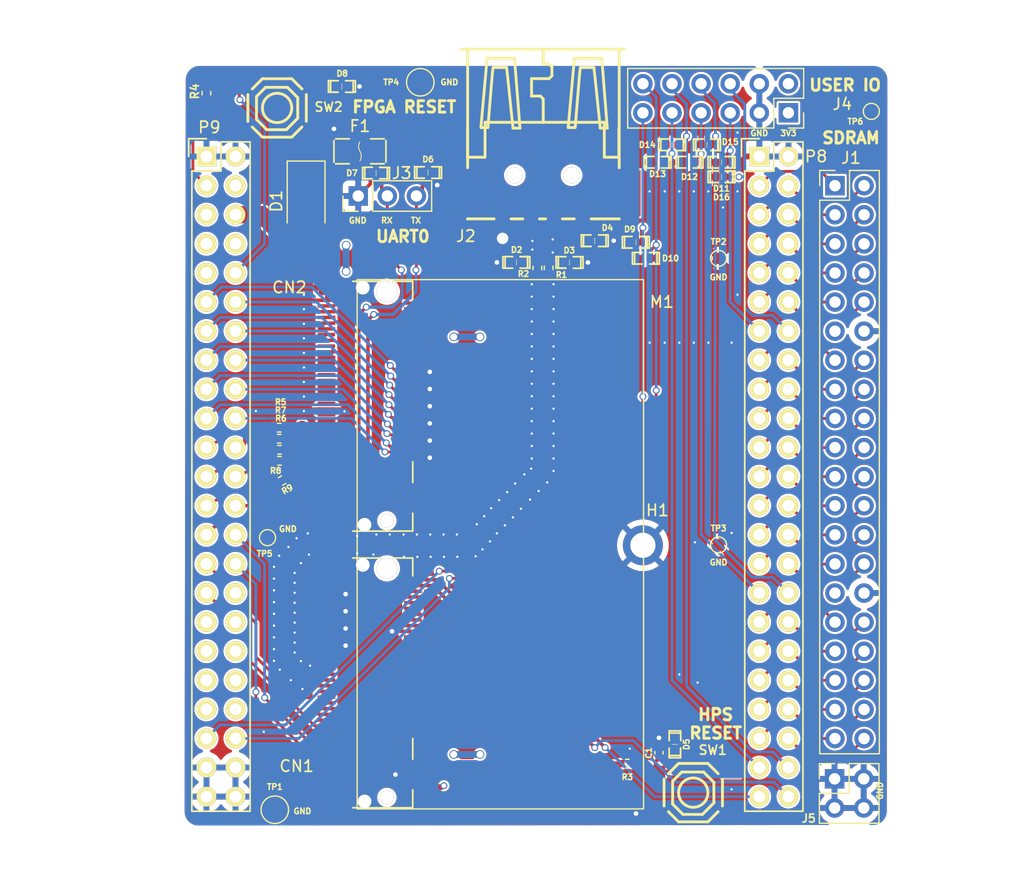
<source format=kicad_pcb>
(kicad_pcb (version 20211014) (generator pcbnew)
  (layers (0 "F.Cu" signal) (1 "In1.Cu" signal) (2 "In2.Cu" signal) (31 "B.Cu" signal) (34 "B.Paste" user) (35 "F.Paste" user) (36 "B.SilkS" user "B.Silkscreen") (37 "F.SilkS" user "F.Silkscreen") (38 "B.Mask" user) (39 "F.Mask" user) (44 "Edge.Cuts" user))
  (net 0 "")
  (net 1 "GND")
  (net 2 "/PB4")
  (net 3 "/PB5")
  (net 4 "/PB7")
  (net 5 "/PB3")
  (net 6 "/PB2")
  (net 7 "/PD19")
  (net 8 "/PB6")
  (net 9 "/PD14")
  (net 10 "/PD9")
  (net 11 "/PD13")
  (net 12 "/PD8")
  (net 13 "/PD12")
  (net 14 "/PD11")
  (net 15 "/PD7")
  (net 16 "/PD10")
  (net 17 "/PD6")
  (net 18 "/PD21")
  (net 19 "/PD20")
  (net 20 "/PD5")
  (net 21 "/PD22")
  (net 22 "/PD4")
  (net 23 "/PE0")
  (net 24 "/PD3")
  (net 25 "/PE2")
  (net 26 "/PD2")
  (net 27 "/PE1")
  (net 28 "/PE3")
  (net 29 "/PD1")
  (net 30 "/PE4")
  (net 31 "/PD0")
  (net 32 "/PE5")
  (net 33 "/PE7")
  (net 34 "/PD18")
  (net 35 "/PE6")
  (net 36 "/PD17")
  (net 37 "/PE8")
  (net 38 "/PD16")
  (net 39 "/PE9")
  (net 40 "/PD15")
  (net 41 "/PE15")
  (net 42 "/PC5")
  (net 43 "/PE14")
  (net 44 "/PC4")
  (net 45 "/PE16")
  (net 46 "/PC7")
  (net 47 "/PE17")
  (net 48 "/PC3")
  (net 49 "/PE12")
  (net 50 "/PE10")
  (net 51 "/PE11")
  (net 52 "/PE13")
  (net 53 "/PC2")
  (net 54 "/PC0")
  (net 55 "/PC6")
  (net 56 "/PC1")
  (net 57 "/SDCARD_D1")
  (net 58 "/SDCARD_D0")
  (net 59 "/SDCARD_D3")
  (net 60 "/SDCARD_D2")
  (net 61 "/SDCARD_CMD")
  (net 62 "/RESET")
  (net 63 "/SDCARD_SCK")
  (net 64 "/PG10")
  (net 65 "+3V3")
  (net 66 "+5V")
  (net 67 "PWR_BUT")
  (net 68 "SYS_RESETN")
  (net 69 "VDD_ADC")
  (net 70 "GNDA_ADC")
  (net 71 "/PG3")
  (net 72 "/PG11")
  (net 73 "/PG4")
  (net 74 "/PG12")
  (net 75 "/PG2")
  (net 76 "/PG13")
  (net 77 "/PG1")
  (net 78 "/PG14")
  (net 79 "/PG0")
  (net 80 "/PG15")
  (net 81 "/PG5")
  (net 82 "/PG17")
  (net 83 "/PG18")
  (net 84 "/USB_HOST_P")
  (net 85 "/PG16")
  (net 86 "/USB_HOST_N")
  (net 87 "/AUDIO_FB")
  (net 88 "/AUDIO_DET")
  (net 89 "/AUDIO_OUT_R")
  (net 90 "/AUDIO_OUT_L")
  (net 91 "/AUDIO_BIAS")
  (net 92 "/PB12")
  (net 93 "/RAM_DQ1")
  (net 94 "/RAM_DQ0")
  (net 95 "/RAM_DQ3")
  (net 96 "/RAM_DQ2")
  (net 97 "/RAM_DQ5")
  (net 98 "/RAM_DQ4")
  (net 99 "/RAM_DQ7")
  (net 100 "/RAM_DQ6")
  (net 101 "/RAM_DQ14")
  (net 102 "/RAM_DQ15")
  (net 103 "/USER6")
  (net 104 "/RAM_DQ13")
  (net 105 "/RAM_DQ12")
  (net 106 "/RAM_DQ11")
  (net 107 "/RAM_DQ10")
  (net 108 "/RAM_DQ9")
  (net 109 "/RAM_DQ8")
  (net 110 "/RAM_A12")
  (net 111 "/RAM_CLK")
  (net 112 "/RAM_A9")
  (net 113 "/RAM_A11")
  (net 114 "/RAM_A7")
  (net 115 "/RAM_A8")
  (net 116 "/RAM_A5")
  (net 117 "/RAM_A6")
  (net 118 "/RAM_WE")
  (net 119 "/RAM_A4")
  (net 120 "/RAM_CAS")
  (net 121 "/RAM_RAS")
  (net 122 "/RAM_CS")
  (net 123 "/RAM_BA0")
  (net 124 "/RAM_BA1")
  (net 125 "/RAM_A10")
  (net 126 "/RAM_A0")
  (net 127 "/RAM_A1")
  (net 128 "/RAM_A2")
  (net 129 "/RAM_A3")
  (net 152 "Net-(D1-Pad1)")
  (net 154 "/VBUS")
  (net 155 "/PB11_SDA")
  (net 156 "/PB10_SCL")
  (net 157 "/PB0_SCL")
  (net 158 "/PB1_SDA")
  (net 159 "/AIN1")
  (net 160 "/AIN0")
  (net 161 "/AIN3")
  (net 162 "/AIN2")
  (net 163 "/AIN5")
  (net 164 "/AIN4")
  (net 165 "/AIN6")
  (net 166 "/PB8_UART0_TX")
  (net 167 "/PB9_UART0_RX")
  (net 168 "Net-(C1-Pad1)")
  (net 169 "/D+")
  (net 170 "/D-")
  (net 171 "/PG6_UART1_TX")
  (net 172 "/PG7_UART1_RX")
  (net 173 "/PG9_UART1_CTS")
  (net 174 "/PG8_UART1_RTS")
  (net 175 "/USER5")
  (net 176 "/USER4")
  (net 177 "/USER3")
  (net 178 "/USER2")
  (net 179 "/USER1")
  (net 180 "/USER0")
  (net 181 "/USER7")
  (net 182 "Net-(P9-Pad21)")
  (net 183 "Net-(P9-Pad22)")
  (net 184 "Net-(P9-Pad23)")
  (net 185 "Net-(P9-Pad24)")
  (net 186 "Net-(P9-Pad25)")
  (footprint "Socket_BeagleBone_Black:Socket_BeagleBone_Black" (layer "F.Cu") (at 164.6301 62.3824)
    (fp_text reference "P8")
    (fp_text value "BeagleBone_Black_Header")
  )
  (footprint "Socket_BeagleBone_Black:Socket_BeagleBone_Black" (layer "F.Cu") (at 116.3701 62.3824)
    (fp_text reference "P9")
    (fp_text value "BeagleBone_Black_Header")
  )
  (footprint "easyeda2kicad:D0402-BI" (layer "F.Cu") (at 128.2001 56.2724)
    (fp_text reference "D8")
    (fp_text value "LXES15AAA1-133")
  )
  (footprint "TestPoint:TestPoint_Pad_D2.0mm" (layer "F.Cu") (at 122.3391 119.4054)
    (fp_text reference "TP1")
    (fp_text value "TestPoint")
  )
  (footprint "easyeda2kicad:SW-SMD_4P-L5.1-W5.1-P3.70-LS6.5-TL-2" (layer "F.Cu") (at 158.8651 117.9124)
    (fp_text reference "SW1")
    (fp_text value "TS-1187A-B-A-B")
  )
  (footprint "easyeda2kicad:D0402-BI" (layer "F.Cu") (at 150.2701 69.7324)
    (fp_text reference "D4")
    (fp_text value "LXES15AAA1-133")
  )
  (footprint "easyeda2kicad:D0402-BI" (layer "F.Cu") (at 155.7481 62.8904 180)
    (fp_text reference "D13")
    (fp_text value "LXES15AAA1-133")
  )
  (footprint "easyeda2kicad:D0402-BI" (layer "F.Cu") (at 135.7201 63.7824)
    (fp_text reference "D6")
    (fp_text value "LXES15AAA1-133")
  )
  (footprint "TestPoint:TestPoint_Pad_D1.0mm" (layer "F.Cu") (at 174.4091 58.4454)
    (fp_text reference "TP6")
    (fp_text value "TestPoint")
  )
  (footprint "TestPoint:TestPoint_Pad_D2.0mm" (layer "F.Cu") (at 135.0391 55.9054)
    (fp_text reference "TP4")
    (fp_text value "TestPoint")
  )
  (footprint "TestPoint:TestPoint_Pad_D1.0mm" (layer "F.Cu") (at 161.0741 71.2724)
    (fp_text reference "TP2")
    (fp_text value "TestPoint")
  )
  (footprint "easyeda2kicad:D0402-BI" (layer "F.Cu") (at 161.3281 62.8904 180)
    (fp_text reference "D11")
    (fp_text value "LXES15AAA1-133")
  )
  (footprint "easyeda2kicad:CONN-SMD_67P-P0.50-V_NASB0-S6701-TS50" (layer "F.Cu") (at 130.6201 84.1824 90)
    (fp_text reference "CN2")
    (fp_text value "NASB0-S6701-TS50")
  )
  (footprint "Resistor_SMD:R_0402_1005Metric" (layer "F.Cu") (at 145.2601 72.1124 -90)
    (fp_text reference "R1")
    (fp_text value "22R")
  )
  (footprint "Diode_SMD:D_SMA" (layer "F.Cu") (at 125.0701 66.1824 -90)
    (fp_text reference "D1")
    (fp_text value "Schottky")
  )
  (footprint "easyeda2kicad:D0402-BI" (layer "F.Cu") (at 157.2641 113.6904 90)
    (fp_text reference "D5")
    (fp_text value "LXES15AAA1-133")
  )
  (footprint "easyeda2kicad:D0402-BI" (layer "F.Cu") (at 161.3281 64.1604 180)
    (fp_text reference "D16")
    (fp_text value "LXES15AAA1-133")
  )
  (footprint "easyeda2kicad:USB-A-SMD_USB-302S" (layer "F.Cu") (at 145.7701 66.5599 180)
    (fp_text reference "J2")
    (fp_text value "USB_A")
  )
  (footprint "Resistor_SMD:R_0402_1005Metric" (layer "F.Cu") (at 122.7221 86.0552 180)
    (fp_text reference "R5")
    (fp_text value "47R")
  )
  (footprint "TestPoint:TestPoint_Pad_D1.0mm" (layer "F.Cu") (at 121.7041 95.6564)
    (fp_text reference "TP5")
    (fp_text value "TestPoint")
  )
  (footprint "easyeda2kicad:D0402-BI" (layer "F.Cu") (at 158.5341 62.8904 180)
    (fp_text reference "D12")
    (fp_text value "LXES15AAA1-133")
  )
  (footprint "easyeda2kicad:D0402-BI" (layer "F.Cu") (at 148.0701 71.6324)
    (fp_text reference "D3")
    (fp_text value "LXES15AAA1-133")
  )
  (footprint "Resistor_SMD:R_0402_1005Metric" (layer "F.Cu") (at 122.7495 87.9856 180)
    (fp_text reference "R6")
    (fp_text value "47R")
  )
  (footprint "easyeda2kicad:F1206" (layer "F.Cu") (at 129.7701 61.9324 180)
    (fp_text reference "F1")
    (fp_text value "JK-NSMD050-30V")
  )
  (footprint "Resistor_SMD:R_0402_1005Metric" (layer "F.Cu") (at 153.1101 115.3824 180)
    (fp_text reference "R3")
    (fp_text value "100R")
  )
  (footprint "easyeda2kicad:D0402-BI" (layer "F.Cu") (at 157.0101 61.3664 180)
    (fp_text reference "D14")
    (fp_text value "LXES15AAA1-133")
  )
  (footprint "easyeda2kicad:D0402-BI" (layer "F.Cu") (at 143.4201 71.6324 180)
    (fp_text reference "D2")
    (fp_text value "LXES15AAA1-133")
  )
  (footprint "Connector_PinHeader_2.54mm:PinHeader_2x20_P2.54mm_Vertical" (layer "F.Cu") (at 171.2341 64.9324)
    (fp_text reference "J1")
    (fp_text value "MiSTer SDRAM Module")
  )
  (footprint "Connector_PinHeader_2.54mm:PinHeader_2x02_P2.54mm_Vertical" (layer "F.Cu") (at 171.2041 116.7084)
    (fp_text reference "J5")
    (fp_text value "Conn_02x02_Odd_Even")
  )
  (footprint "Resistor_SMD:R_0402_1005Metric" (layer "F.Cu") (at 116.3701 56.8574 -90)
    (fp_text reference "R4")
    (fp_text value "10k")
  )
  (footprint "TestPoint:TestPoint_Pad_D1.0mm" (layer "F.Cu") (at 161.0741 96.2914)
    (fp_text reference "TP3")
    (fp_text value "TestPoint")
  )
  (footprint "Connector_PinHeader_2.54mm:PinHeader_1x03_P2.54mm_Vertical" (layer "F.Cu") (at 129.6201 65.8324 90)
    (fp_text reference "J3")
    (fp_text value "Conn_01x03_Male")
  )
  (footprint "Capacitor_SMD:C_0402_1005Metric" (layer "F.Cu") (at 155.8701 114.4324 90)
    (fp_text reference "C1")
    (fp_text value "100nF")
  )
  (footprint "easyeda2kicad:D0402-BI" (layer "F.Cu") (at 154.7241 71.2724 180)
    (fp_text reference "D10")
    (fp_text value "LXES15AAA1-133")
  )
  (footprint "easyeda2kicad:CONN-SMD_67P-P0.50-V_NASB0-S6701-TS50" (layer "F.Cu") (at 130.6201 108.3324 90)
    (fp_text reference "CN1")
    (fp_text value "NASB0-S6701-TS50")
  )
  (footprint "Resistor_SMD:R_0402_1005Metric" (layer "F.Cu") (at 146.2401 72.1024 -90)
    (fp_text reference "R2")
    (fp_text value "22R")
  )
  (footprint "Connector_PinSocket_2.54mm:PinSocket_2x06_P2.54mm_Vertical" (layer "F.Cu") (at 167.1701 58.5724 -90)
    (fp_text reference "J4")
    (fp_text value "Conn_02x06_Odd_Even")
  )
  (footprint "easyeda2kicad:SW-SMD_4P-L5.1-W5.1-P3.70-LS6.5-TL-2" (layer "F.Cu") (at 122.5401 58.1474)
    (fp_text reference "SW2")
    (fp_text value "TS-1187A-B-A-B")
  )
  (footprint "Resistor_SMD:R_0402_1005Metric" (layer "F.Cu") (at 122.7495 88.9508)
    (fp_text reference "R8")
    (fp_text value "47R")
  )
  (footprint "easyeda2kicad:D0402-BI" (layer "F.Cu") (at 153.8431 69.8754 180)
    (fp_text reference "D9")
    (fp_text value "LXES15AAA1-133")
  )
  (footprint "MountingHole:MountingHole_2.2mm_M2_ISO7380_Pad_TopBottom" (layer "F.Cu") (at 154.4701 96.3224)
    (fp_text reference "H1")
    (fp_text value "MountingHole_Pad")
  )
  (footprint "Resistor_SMD:R_0402_1005Metric" (layer "F.Cu") (at 122.9741 90.678 -150)
    (fp_text reference "R9")
    (fp_text value "47R")
  )
  (footprint "easyeda2kicad:Sipeed Lichee" (layer "F.Cu") (at 154.5251 96.2324 90)
    (fp_text reference "M1")
    (fp_text value "Sipeed Lichee")
  )
  (footprint "easyeda2kicad:D0402-BI" (layer "F.Cu") (at 160.0581 61.3664 180)
    (fp_text reference "D15")
    (fp_text value "LXES15AAA1-133")
  )
  (footprint "easyeda2kicad:D0402-BI" (layer "F.Cu") (at 131.1701 63.8324 180)
    (fp_text reference "D7")
    (fp_text value "LXES15AAA1-133")
  )
  (footprint "Resistor_SMD:R_0402_1005Metric" (layer "F.Cu") (at 122.7241 87.0204)
    (fp_text reference "R7")
    (fp_text value "47R")
  )
  (gr_arc (start 174.654628 54.4824) (mid 175.471563 54.849935) (end 175.8061 55.680928) (layer "Edge.Cuts") (width 0.00254))
  (gr_line (start 174.654628 54.4824) (end 115.7701 54.4824) (layer "Edge.Cuts") (width 0.00254))
  (gr_arc (start 115.6701 120.7824) (mid 114.821572 120.430928) (end 114.4701 119.5824) (layer "Edge.Cuts") (width 0.00254))
  (gr_arc (start 175.759628 119.5324) (mid 175.408156 120.380928) (end 174.559628 120.7324) (layer "Edge.Cuts") (width 0.00254))
  (gr_line (start 174.559628 120.7324) (end 115.6701 120.7824) (layer "Edge.Cuts") (width 0.00254))
  (gr_line (start 114.4651 119.5324) (end 114.4701 119.5824) (layer "Edge.Cuts") (width 0.00254))
  (gr_line (start 175.759628 119.5324) (end 175.8061 55.680928) (layer "Edge.Cuts") (width 0.00254))
  (gr_line (start 114.568628 55.680928) (end 114.4651 119.5324) (layer "Edge.Cuts") (width 0.00254))
  (gr_arc (start 114.568628 55.680928) (mid 114.92071 54.832399) (end 115.7701 54.4824) (layer "Edge.Cuts") (width 0.00254))
  (gr_text "GND" (at 137.5791 55.9054) (layer "F.SilkS") (effects (font (size 0.5 0.5) (thickness 0.125))))
  (gr_text "UART0" (at 133.5151 69.3674) (layer "F.SilkS") (effects (font (size 1 1) (thickness 0.25))))
  (gr_text "HPS\nRESET" (at 160.8201 111.9124) (layer "F.SilkS") (effects (font (size 1 1) (thickness 0.25))))
  (gr_text "3V3" (at 167.1701 60.3504) (layer "F.SilkS") (effects (font (size 0.5 0.5) (thickness 0.125))))
  (gr_text "RX" (at 132.1181 67.9704) (layer "F.SilkS") (effects (font (size 0.5 0.5) (thickness 0.125))))
  (gr_text "GND" (at 175.1711 117.7544 90) (layer "F.SilkS") (effects (font (size 0.5 0.5) (thickness 0.125))))
  (gr_text "GND" (at 129.5781 67.9704) (layer "F.SilkS") (effects (font (size 0.5 0.5) (thickness 0.125))))
  (gr_text "FPGA RESET" (at 133.6421 58.0644) (layer "F.SilkS") (effects (font (size 1 1) (thickness 0.25))))
  (gr_text "GND" (at 124.7521 119.5324) (layer "F.SilkS") (effects (font (size 0.5 0.5) (thickness 0.125))))
  (gr_text "GND" (at 164.6301 60.3504) (layer "F.SilkS") (effects (font (size 0.5 0.5) (thickness 0.125))))
  (gr_text "SDRAM" (at 172.6311 60.7654) (layer "F.SilkS") (effects (font (size 1 1) (thickness 0.25))))
  (gr_text "USER IO\n" (at 172.1231 56.1594) (layer "F.SilkS") (effects (font (size 1 1) (thickness 0.25))))
  (gr_text "GND" (at 161.0741 72.9234) (layer "F.SilkS") (effects (font (size 0.5 0.5) (thickness 0.125))))
  (gr_text "GND" (at 161.0741 97.8154) (layer "F.SilkS") (effects (font (size 0.5 0.5) (thickness 0.125))))
  (gr_text "TX" (at 134.6581 67.9704) (layer "F.SilkS") (effects (font (size 0.5 0.5) (thickness 0.125))))
  (gr_text "GND" (at 123.4821 94.8944) (layer "F.SilkS") (effects (font (size 0.5 0.5) (thickness 0.125))))
  (segment (start 126.8501 98.7024) (end 127.5701 97.9824) (width 0.25) (layer "F.Cu") (net 1))
  (segment (start 155.8701 113.1324) (end 157.2061 113.1324) (width 0.25) (layer "F.Cu") (net 1))
  (segment (start 133.3701 116.8324) (end 132.8701 116.3324) (width 0.3) (layer "F.Cu") (net 1))
  (segment (start 134.4001 84.1824) (end 135.8701 84.1824) (width 0.25) (layer "F.Cu") (net 1))
  (segment (start 153.9001 119.7624) (end 153.8701 119.7324) (width 0.3) (layer "F.Cu") (net 1))
  (segment (start 134.4001 88.6824) (end 135.8701 88.6824) (width 0.25) (layer "F.Cu") (net 1))
  (segment (start 127.5701 118.6824) (end 130.1701 118.6824) (width 1) (layer "F.Cu") (net 1))
  (segment (start 126.8501 99.0824) (end 126.8501 98.7024) (width 0.25) (layer "F.Cu") (net 1))
  (segment (start 126.8501 100.5824) (end 128.5201 100.5824) (width 0.25) (layer "F.Cu") (net 1))
  (segment (start 130.6701 64.7824) (end 129.6201 65.8324) (width 0.3) (layer "F.Cu") (net 1))
  (segment (start 127.5701 73.8324) (end 130.0201 73.8324) (width 1) (layer "F.Cu") (net 1))
  (segment (start 126.8501 74.5524) (end 127.5701 73.8324) (width 0.25) (layer "F.Cu") (net 1))
  (segment (start 126.8501 105.0824) (end 128.5201 105.0824) (width 0.25) (layer "F.Cu") (net 1))
  (segment (start 127.5701 97.9824) (end 129.9701 97.9824) (width 1) (layer "F.Cu") (net 1))
  (segment (start 127.5701 94.5324) (end 130.1701 94.5324) (width 1) (layer "F.Cu") (net 1))
  (segment (start 155.5651 119.7624) (end 153.9001 119.7624) (width 0.3) (layer "F.Cu") (net 1))
  (segment (start 155.8701 113.9524) (end 155.8701 113.1324) (width 0.3) (layer "F.Cu") (net 1))
  (segment (start 126.8201 95.2824) (end 127.5701 94.5324) (width 0.25) (layer "F.Cu") (net 1))
  (segment (start 134.4001 85.6824) (end 135.8701 85.6824) (width 0.25) (layer "F.Cu") (net 1))
  (segment (start 125.3201 97.1324) (end 125.7681 96.8756) (width 0.25) (layer "F.Cu") (net 1))
  (segment (start 162.1651 119.7624) (end 155.5651 119.7624) (width 0.3) (layer "F.Cu") (net 1))
  (segment (start 125.2201 95.2824) (end 125.7681 95.6056) (width 0.25) (layer "F.Cu") (net 1))
  (segment (start 134.3901 82.6824) (end 135.8701 82.6824) (width 0.25) (layer "F.Cu") (net 1))
  (segment (start 134.4001 87.1824) (end 135.8701 87.1824) (width 0.25) (layer "F.Cu") (net 1))
  (segment (start 129.3749 96.8756) (end 130.0201 98.0324) (width 0.25) (layer "F.Cu") (net 1))
  (segment (start 129.9701 97.9824) (end 130.0201 98.0324) (width 1) (layer "F.Cu") (net 1))
  (segment (start 134.4001 116.3324) (end 132.8701 116.3324) (width 0.3) (layer "F.Cu") (net 1))
  (segment (start 142.2201 69.5324) (end 142.2101 69.5224) (width 1) (layer "F.Cu") (net 1))
  (segment (start 128.2201 84.4324) (end 128.4201 84.6324) (width 0.25) (layer "F.Cu") (net 1))
  (segment (start 130.1369 95.6056) (end 131.2076 95.3824) (width 0.25) (layer "F.Cu") (net 1))
  (segment (start 125.7681 96.8756) (end 129.3749 96.8756) (width 0.25) (layer "F.Cu") (net 1))
  (segment (start 126.8401 102.0824) (end 128.5201 102.0824) (width 0.25) (layer "F.Cu") (net 1))
  (segment (start 136.2201 63.7824) (end 136.2201 64.5824) (width 0.25) (layer "F.Cu") (net 1))
  (segment (start 134.3901 81.1824) (end 135.8701 81.1824) (width 0.25) (layer "F.Cu") (net 1))
  (segment (start 126.8501 84.4324) (end 128.2201 84.4324) (width 0.25) (layer "F.Cu") (net 1))
  (segment (start 125.7681 95.6056) (end 130.1369 95.6056) (width 0.25) (layer "F.Cu") (net 1))
  (segment (start 126.8501 103.5824) (end 128.5201 103.5824) (width 0.25) (layer "F.Cu") (net 1))
  (segment (start 125.2201 95.2824) (end 126.8201 95.2824) (width 0.25) (layer "F.Cu") (net 1))
  (segment (start 134.3901 103.8324) (end 132.5753 103.8324) (width 0.25) (layer "F.Cu") (net 1))
  (segment (start 142.2101 69.5224) (end 142.2101 67.5199) (width 1) (layer "F.Cu") (net 1))
  (segment (start 130.6701 63.8324) (end 130.6701 64.7824) (width 0.3) (layer "F.Cu") (net 1))
  (segment (start 157.2061 113.1324) (end 157.2641 113.1904) (width 0.25) (layer "F.Cu") (net 1))
  (segment (start 134.4001 116.8324) (end 133.3701 116.8324) (width 0.3) (layer "F.Cu") (net 1))
  (segment (start 126.8501 74.9324) (end 126.8501 74.5524) (width 0.25) (layer "F.Cu") (net 1))
  (segment (start 136.2201 64.5824) (end 136.5201 64.8824) (width 0.25) (layer "F.Cu") (net 1))
  (via (at 146.6701 74.619066) (size 0.45) (drill 0.2) (layers "F.Cu" "B.Cu") (net 1))
  (via (at 137.0701 95.3824) (size 0.45) (drill 0.2) (layers "F.Cu" "B.Cu") (net 1))
  (via (at 133.5826 95.3824) (size 0.45) (drill 0.2) (layers "F.Cu" "B.Cu") (net 1))
  (via (at 122.2701 103.3324) (size 0.45) (drill 0.2) (layers "F.Cu" "B.Cu") (net 1))
  (via (at 124.6201 97.8824) (size 0.45) (drill 0.2) (layers "F.Cu" "B.Cu") (net 1))
  (via (at 144.7701 85.485726) (size 0.45) (drill 0.2) (layers "F.Cu" "B.Cu") (net 1))
  (via (at 144.7701 80.052396) (size 0.45) (drill 0.2) (layers "F.Cu" "B.Cu") (net 1))
  (via (at 142.6201 91.6824) (size 0.45) (drill 0.2) (layers "F.Cu" "B.Cu") (net 1))
  (via (at 162.7251 74.4474) (size 0.45) (drill 0.2) (layers "F.Cu" "B.Cu") (net 1))
  (via (at 124.6201 106.4324) (size 0.45) (drill 0.2) (layers "F.Cu" "B.Cu") (net 1))
  (via (at 146.5961 69.6224) (size 0.45) (drill 0.2) (layers "F.Cu" "B.Cu") (net 1))
  (via (at 149.6701 71.6324) (size 0.6) (drill 0.4) (layers "F.Cu" "B.Cu") (net 1))
  (via (at 124.8791 74.4474) (size 0.45) (drill 0.2) (layers "F.Cu" "B.Cu") (net 1))
  (via (at 146.6701 80.052396) (size 0.45) (drill 0.2) (layers "F.Cu" "B.Cu") (net 1))
  (via (at 125.2201 95.2824) (size 0.45) (drill 0.2) (layers "F.Cu" "B.Cu") (net 1))
  (via (at 160.1851 65.4304) (size 0.45) (drill 0.2) (layers "F.Cu" "B.Cu") (net 1))
  (via (at 135.8701 87.1824) (size 0.6) (drill 0.4) (layers "F.Cu" "B.Cu") (net 1))
  (via (at 135.8701 88.6824) (size 0.6) (drill 0.4) (layers "F.Cu" "B.Cu") (net 1))
  (via (at 134.7826 97.3324) (size 0.45) (drill 0.2) (layers "F.Cu" "B.Cu") (net 1))
  (via (at 158.9151 78.6384) (size 0.45) (drill 0.2) (layers "F.Cu" "B.Cu") (net 1))
  (via (at 151.9201 69.7324) (size 0.6) (drill 0.4) (layers "F.Cu" "B.Cu") (net 1))
  (via (at 124.8791 83.3374) (size 0.45) (drill 0.2) (layers "F.Cu" "B.Cu") (net 1))
  (via (at 132.3701 95.3824) (size 0.45) (drill 0.2) (layers "F.Cu" "B.Cu") (net 1))
  (via (at 124.0701 98.7324) (size 0.45) (drill 0.2) (layers "F.Cu" "B.Cu") (net 1))
  (via (at 146.6701 78.96573) (size 0.45) (drill 0.2) (layers "F.Cu" "B.Cu") (net 1))
  (via (at 124.7521 108.8644) (size 0.45) (drill 0.2) (layers "F.Cu" "B.Cu") (net 1))
  (via (at 141.1201 95.9824) (size 0.45) (drill 0.2) (layers "F.Cu" "B.Cu") (net 1))
  (via (at 162.2171 95.25) (size 0.45) (drill 0.2) (layers "F.Cu" "B.Cu") (net 1))
  (via (at 122.7701 107.1824) (size 0.45) (drill 0.2) (layers "F.Cu" "B.Cu") (net 1))
  (via (at 130.0201 98.0324) (size 1.5) (drill 1.2) (layers "F.Cu" "B.Cu") (net 1))
  (via (at 124.0701 100.4699) (size 0.45) (drill 0.2) (layers "F.Cu" "B.Cu") (net 1))
  (via (at 153.3271 114.0714) (size 0.45) (drill 0.2) (layers "F.Cu" "B.Cu") (net 1))
  (via (at 146.5961 70.7644) (size 0.45) (drill 0.2) (layers "F.Cu" "B.Cu") (net 1))
  (via (at 144.7701 76.792398) (size 0.45) (drill 0.2) (layers "F.Cu" "B.Cu") (net 1))
  (via (at 144.1201 90.1324) (size 0.45) (drill 0.2) (layers "F.Cu" "B.Cu") (net 1))
  (via (at 122.2701 99.2324) (size 0.45) (drill 0.2) (layers "F.Cu" "B.Cu") (net 1))
  (via (at 124.0701 103.07615) (size 0.45) (drill 0.2) (layers "F.Cu" "B.Cu") (net 1))
  (via (at 125.3201 97.1324) (size 0.45) (drill 0.2) (layers "F.Cu" "B.Cu") (net 1))
  (via (at 142.4201 94.5824) (size 0.45) (drill 0.2) (layers "F.Cu" "B.Cu") (net 1))
  (via (at 159.0167 96.0628) (size 0.45) (drill 0.2) (layers "F.Cu" "B.Cu") (net 1))
  (via (at 144.7701 78.96573) (size 0.45) (drill 0.2) (layers "F.Cu" "B.Cu") (net 1))
  (via (at 143.8201 93.1324) (size 0.45) (drill 0.2) (layers "F.Cu" "B.Cu") (net 1))
  (via (at 162.2171 78.6384) (size 0.45) (drill 0.2) (layers "F.Cu" "B.Cu") (net 1))
  (via (at 124.0701 101.33865) (size 0.45) (drill 0.2) (layers "F.Cu" "B.Cu") (net 1))
  (via (at 146.6701 76.792398) (size 0.45) (drill 0.2) (layers "F.Cu" "B.Cu") (net 1))
  (via (at 137.1076 97.3324) (size 0.45) (drill 0.2) (layers "F.Cu" "B.Cu") (net 1))
  (via (at 124.0701 99.60115) (size 0.45) (drill 0.2) (layers "F.Cu" "B.Cu") (net 1))
  (via (at 155.0543 65.4304) (size 0.45) (drill 0.2) (layers "F.Cu" "B.Cu") (net 1))
  (via (at 146.6701 87.659058) (size 0.45) (drill 0.2) (layers "F.Cu" "B.Cu") (net 1))
  (via (at 142.2201 69.5324) (size 1.3) (drill 1) (layers "F.Cu" "B.Cu") (net 1))
  (via (at 135.8701 81.1824) (size 0.6) (drill 0.4) (layers "F.Cu" "B.Cu") (net 1))
  (via (at 124.0701 105.6824) (size 0.45) (drill 0.2) (layers "F.Cu" "B.Cu") (net 1))
  (via (at 144.7701 75.705732) (size 0.45) (drill 0.2) (layers "F.Cu" "B.Cu") (net 1))
  (via (at 157.6451 65.4304) (size 0.45) (drill 0.2) (layers "F.Cu" "B.Cu") (net 1))
  (via (at 161.4551 66.8274) (size 0.45) (drill 0.2) (layers "F.Cu" "B.Cu") (net 1))
  (via (at 144.7701 82.225728) (size 0.45) (drill 0.2) (layers "F.Cu" "B.Cu") (net 1))
  (via (at 124.8791 84.6074) (size 0.45) (drill 0.2) (layers "F.Cu" "B.Cu") (net 1))
  (via (at 128.5201 100.5824) (size 0.6) (drill 0.4) (layers "F.Cu" "B.Cu") (net 1))
  (via (at 124.8791 82.0674) (size 0.45) (drill 0.2) (layers "F.Cu" "B.Cu") (net 1))
  (via (at 139.8701 97.2824) (size 0.45) (drill 0.2) (layers "F.Cu" "B.Cu") (net 1))
  (via (at 144.7701 88.745724) (size 0.45) (drill 0.2) (layers "F.Cu" "B.Cu") (net 1))
  (via (at 146.6701 85.485726) (size 0.45) (drill 0.2) (layers "F.Cu" "B.Cu") (net 1))
  (via (at 124.8791 75.7174) (size 0.45) (drill 0.2) (layers "F.Cu" "B.Cu") (net 1))
  (via (at 162.2171 117.6274) (size 0.45) (drill 0.2) (layers "F.Cu" "B.Cu") (net 1))
  (via (at 124.0701 104.81365) (size 0.45) (drill 0.2) (layers "F.Cu" "B.Cu") (net 1))
  (via (at 144.7701 74.619066) (size 0.45) (drill 0.2) (layers "F.Cu" "B.Cu") (net 1))
  (via (at 132.8701 116.3324) (size 0.6) (drill 0.4) (layers "F.Cu" "B.Cu") (net 1))
  (via (at 155.8701 113.1324) (size 0.6) (drill 0.4) (layers "F.Cu" "B.Cu") (net 1))
  (via (at 143.3201 90.9324) (size 0.45) (drill 0.2) (layers "F.Cu" "B.Cu") (net 1))
  (via (at 129.7301 56.2724) (size 0.6) (drill 0.4) (layers "F.Cu" "B.Cu") (net 1))
  (via (at 135.8701 82.6824) (size 0.6) (drill 0.4) (layers "F.Cu" "B.Cu") (net 1))
  (via (at 157.6451 107.5944) (size 0.45) (drill 0.2) (layers "F.Cu" "B.Cu") (net 1))
  (via (at 130.1701 94.5324) (size 1.5) (drill 1.2) (layers "F.Cu" "B.Cu") (net 1))
  (via (at 134.7451 95.3824) (size 0.45) (drill 0.2) (layers "F.Cu" "B.Cu") (net 1))
  (via (at 146.1201 90.8324) (size 0.45) (drill 0.2) (layers "F.Cu" "B.Cu") (net 1))
  (via (at 128.4201 84.6324) (size 0.45) (drill 0.2) (layers "F.Cu" "B.Cu") (net 1))
  (via (at 124.0701 102.2074) (size 0.45) (drill 0.2) (layers "F.Cu" "B.Cu") (net 1))
  (via (at 141.7201 71.6324) (size 0.6) (drill 0.4) (layers "F.Cu" "B.Cu") (net 1))
  (via (at 146.6701 86.572392) (size 0.45) (drill 0.2) (layers "F.Cu" "B.Cu") (net 1))
  (via (at 138.2701 97.3324) (size 0.45) (drill 0.2) (layers "F.Cu" "B.Cu") (net 1))
  (via (at 141.2201 93.0824) (size 0.45) (drill 0.2) (layers "F.Cu" "B.Cu") (net 1))
  (via (at 157.6451 78.6384) (size 0.45) (drill 0.2) (layers "F.Cu" "B.Cu") (net 1))
  (via (at 122.2701 98.2074) (size 0.45) (drill 0.2) (layers "F.Cu" "B.Cu") (net 1))
  (via (at 141.9201 92.3824) (size 0.45) (drill 0.2) (layers "F.Cu" "B.Cu") (net 1))
  (via (at 146.6701 89.8324) (size 0.45) (drill 0.2) (layers "F.Cu" "B.Cu") (net 1))
  (via (at 124.2441 95.7072) (size 0.45) (drill 0.2) (layers "F.Cu" "B.Cu") (net 1))
  (via (at 128.5201 102.0824) (size 0.6) (drill 0.4) (layers "F.Cu" "B.Cu") (net 1))
  (via (at 120.6881 84.6074) (size 0.45) (drill 0.2) (layers "F.Cu" "B.Cu") (net 1))
  (via (at 144.7701 77.879064) (size 0.45) (drill 0.2) (layers "F.Cu" "B.Cu") (net 1))
  (via (at 158.9151 65.4304) (size 0.45) (drill 0.2) (layers "F.Cu" "B.Cu") (net 1))
  (via (at 140.6201 93.7824) (size 0.45) (drill 0.2) (layers "F.Cu" "B.Cu") (net 1))
  (via (at 122.2701 104.3574) (size 0.45) (drill 0.2) (layers "F.Cu" "B.Cu") (net 1))
  (via (at 162.7251 65.4304) (size 0.45) (drill 0.2) (layers "F.Cu" "B.Cu") (net 1))
  (via (at 122.2701 101.2824) (size 0.45) (drill 0.2) (layers "F.Cu" "B.Cu") (net 1))
  (via (at 144.7701 86.572392) (size 0.45) (drill 0.2) (layers "F.Cu" "B.Cu") (net 1))
  (via (at 144.7701 83.312394) (size 0.45) (drill 0.2) (layers "F.Cu" "B.Cu") (net 1))
  (via (at 146.6701 75.705732) (size 0.45) (drill 0.2) (layers "F.Cu" "B.Cu") (net 1))
  (via (at 128.5201 105.0824) (size 0.6) (drill 0.4) (layers "F.Cu" "B.Cu") (net 1))
  (via (at 130.0201 73.8324) (size 1.5) (drill 1.2) (layers "F.Cu" "B.Cu") (net 1))
  (via (at 141.7201 95.2824) (size 0.45) (drill 0.2) (layers "F.Cu" "B.Cu") (net 1))
  (via (at 135.8701 84.1824) (size 0.6) (drill 0.4) (layers "F.Cu" "B.Cu") (net 1))
  (via (at 132.5753 103.8324) (size 0.6) (drill 0.4) (layers "F.Cu" "B.Cu") (net 1))
  (via (at 144.6201 92.3324) (size 0.45) (drill 0.2) (layers "F.Cu" "B.Cu") (net 1))
  (via (at 140.4701 96.6824) (size 0.45) (drill 0.2) (layers "F.Cu" "B.Cu") (net 1))
  (via (at 146.6701 81.139062) (size 0.45) (drill 0.2) (layers "F.Cu" "B.Cu") (net 1))
  (via (at 144.7701 87.659058) (size 0.45) (drill 0.2) (layers "F.Cu" "B.Cu") (net 1))
  (via (at 122.2701 106.4074) (size 0.45) (drill 0.2) (layers "F.Cu" "B.Cu") (net 1))
  (via (at 162.7251 60.2996) (size 0.45) (drill 0.2) (layers "F.Cu" "B.Cu") (net 1))
  (via (at 133.6201 97.3324) (size 0.45) (drill 0.2) (layers "F.Cu" "B.Cu") (net 1))
  (via (at 146.6701 77.879064) (size 0.45) (drill 0.2) (layers "F.Cu" "B.Cu") (net 1))
  (via (at 160.1851 78.6384) (size 0.45) (drill 0.2) (layers "F.Cu" "B.Cu") (net 1))
  (via (at 131.2076 95.3824) (size 0.45) (drill 0.2) (layers "F.Cu" "B.Cu") (net 1))
  (via (at 146.6701 82.225728) (size 0.45) (drill 0.2) (layers "F.Cu" "B.Cu") (net 1))
  (via (at 128.5201 103.5824) (size 0.6) (drill 0.4) (layers "F.Cu" "B.Cu") (net 1))
  (via (at 146.6701 83.312394) (size 0.45) (drill 0.2) (layers "F.Cu" "B.Cu") (net 1))
  (via (at 130.1701 118.6824) (size 1.5) (drill 1.2) (layers "F.Cu" "B.Cu") (net 1))
  (via (at 122.2701 105.3824) (size 0.45) (drill 0.2) (layers "F.Cu" "B.Cu") (net 1))
  (via (at 146.6701 88.745724) (size 0.45) (drill 0.2) (layers "F.Cu" "B.Cu") (net 1))
  (via (at 144.7701 84.39906) (size 0.45) (drill 0.2) (layers "F.Cu" "B.Cu") (net 1))
  (via (at 145.3701 91.5824) (size 0.45) (drill 0.2) (layers "F.Cu" "B.Cu") (net 1))
  (via (at 129.5273 97.028) (size 0.45) (drill 0.2) (layers "F.Cu" "B.Cu") (net 1))
  (via (at 124.8791 80.7974) (size 0.45) (drill 0.2) (layers "F.Cu" "B.Cu") (net 1))
  (via (at 124.8791 79.5274) (size 0.45) (drill 0.2) (layers "F.Cu" "B.Cu") (net 1))
  (via (at 127.5001 59.9724) (size 0.6) (drill 0.4) (layers "F.Cu" "B.Cu") (net 1))
  (via (at 123.7361 108.1024) (size 0.45) (drill 0.2) (layers "F.Cu" "B.Cu") (net 1))
  (via (at 135.8701 85.6824) (size 0.6) (drill 0.4) (layers "F.Cu" "B.Cu") (net 1))
  (via (at 135.9451 97.3324) (size 0.45) (drill 0.2) (layers "F.Cu" "B.Cu") (net 1))
  (via (at 138.2326 95.3824) (size 0.45) (drill 0.2) (layers "F.Cu" "B.Cu") (net 1))
  (via (at 130.9497 97.1296) (size 0.45) (drill 0.2) (layers "F.Cu" "B.Cu") (net 1))
  (via (at 129.5273 95.504) (size 0.45) (drill 0.2) (layers "F.Cu" "B.Cu") (net 1))
  (via (at 139.9701 94.4824) (size 0.45) (drill 0.2) (layers "F.Cu" "B.Cu") (net 1))
  (via (at 125.4201 106.8324) (size 0.45) (drill 0.2) (layers "F.Cu" "B.Cu") (net 1))
  (via (at 123.5329 96.4692) (size 0.45) (drill 0.2) (layers "F.Cu" "B.Cu") (net 1))
  (via (at 146.6701 73.5324) (size 0.45) (drill 0.2) (layers "F.Cu" "B.Cu") (net 1))
  (via (at 156.3751 65.4304) (size 0.45) (drill 0.2) (layers "F.Cu" "B.Cu") (net 1))
  (via (at 144.7701 73.5324) (size 0.45) (drill 0.2) (layers "F.Cu" "B.Cu") (net 1))
  (via (at 121.3739 112.5982) (size 0.45) (drill 0.2) (layers "F.Cu" "B.Cu") (net 1))
  (via (at 136.5201 64.8824) (size 0.6) (drill 0.4) (layers "F.Cu" "B.Cu") (net 1))
  (via (at 144.7201 89.6324) (size 0.45) (drill 0.2) (layers "F.Cu" "B.Cu") (net 1))
  (via (at 124.8791 76.9874) (size 0.45) (drill 0.2) (layers "F.Cu" "B.Cu") (net 1))
  (via (at 124.8791 78.2574) (size 0.45) (drill 0.2) (layers "F.Cu" "B.Cu") (net 1))
  (via (at 159.2453 108.3056) (size 0.45) (drill 0.2) (layers "F.Cu" "B.Cu") (net 1))
  (via (at 153.8701 119.7324) (size 0.6) (drill 0.4) (layers "F.Cu" "B.Cu") (net 1))
  (via (at 122.2701 100.2574) (size 0.45) (drill 0.2) (layers "F.Cu" "B.Cu") (net 1))
  (via (at 124.0701 103.9449) (size 0.45) (drill 0.2) (layers "F.Cu" "B.Cu") (net 1))
  (via (at 155.0543 78.6384) (size 0.45) (drill 0.2) (layers "F.Cu" "B.Cu") (net 1))
  (via (at 144.8181 70.5104) (size 0.45) (drill 0.2) (layers "F.Cu" "B.Cu") (net 1))
  (via (at 144.7701 81.139062) (size 0.45) (drill 0.2) (layers "F.Cu" "B.Cu") (net 1))
  (via (at 143.1201 93.8824) (size 0.45) (drill 0.2) (layers "F.Cu" "B.Cu") (net 1))
  (via (at 156.3751 78.6384) (size 0.45) (drill 0.2) (layers "F.Cu" "B.Cu") (net 1))
  (via (at 146.6701 84.39906) (size 0.45) (drill 0.2) (layers "F.Cu" "B.Cu") (net 1))
  (via (at 122.2701 102.3074) (size 0.45) (drill 0.2) (layers "F.Cu" "B.Cu") (net 1))
  (via (at 122.7201 97.2312) (size 0.45) (drill 0.2) (layers "F.Cu" "B.Cu") (net 1))
  (via (at 144.8181 69.7524) (size 0.45) (drill 0.2) (layers "F.Cu" "B.Cu") (net 1))
  (via (at 135.9076 95.3824) (size 0.45) (drill 0.2) (layers "F.Cu" "B.Cu") (net 1))
  (segment (start 126.0201 88.4324) (end 126.8501 88.4324) (width 0.25) (layer "F.Cu") (net 9))
  (segment (start 124.9045 89.5096) (end 126.0201 88.4324) (width 0.25) (layer "F.Cu") (net 9))
  (segment (start 124.9045 89.5096) (end 123.517373 90.3722) (width 0.25) (layer "F.Cu") (net 9))
  (segment (start 134.4001 88.1824) (end 131.958325 88.1824) (width 0.25) (layer "F.Cu") (net 10))
  (segment (start 131.958325 88.1824) (end 131.94853 88.172605) (width 0.25) (layer "F.Cu") (net 10))
  (via (at 131.94853 88.172605) (size 0.6) (drill 0.4) (layers "F.Cu" "B.Cu") (net 10))
  (segment (start 131.94853 88.172605) (end 129.018325 85.2424) (width 0.25) (layer "B.Cu") (net 10))
  (segment (start 129.018325 85.2424) (end 118.9101 85.2424) (width 0.25) (layer "B.Cu") (net 10))
  (segment (start 124.6505 88.9508) (end 123.2595 88.9508) (width 0.25) (layer "F.Cu") (net 11))
  (segment (start 125.6689 87.9324) (end 124.6505 88.9508) (width 0.25) (layer "F.Cu") (net 11))
  (segment (start 126.8501 87.9324) (end 125.6689 87.9324) (width 0.25) (layer "F.Cu") (net 11))
  (segment (start 134.4001 87.6824) (end 132.3701 87.6824) (width 0.25) (layer "F.Cu") (net 12))
  (segment (start 132.3701 87.6824) (end 132.0701 87.3824) (width 0.25) (layer "F.Cu") (net 12))
  (via (at 132.0701 87.3824) (size 0.6) (drill 0.4) (layers "F.Cu" "B.Cu") (net 12))
  (segment (start 132.053038 87.3824) (end 128.724438 84.0538) (width 0.25) (layer "B.Cu") (net 12))
  (segment (start 128.724438 84.0538) (end 117.5587 84.0538) (width 0.25) (layer "B.Cu") (net 12))
  (segment (start 117.5587 84.0538) (end 116.3701 85.2424) (width 0.25) (layer "B.Cu") (net 12))
  (segment (start 132.0701 87.3824) (end 132.053038 87.3824) (width 0.25) (layer "B.Cu") (net 12))
  (segment (start 124.298166 88.014007) (end 124.298165 88.014009) (width 0.25) (layer "F.Cu") (net 13))
  (segment (start 126.8501 87.4324) (end 125.4125 87.4776) (width 0.25) (layer "F.Cu") (net 13))
  (segment (start 124.684199 88.1964) (end 124.618345 88.211938) (width 0.25) (layer "F.Cu") (net 13))
  (segment (start 125.4125 87.4776) (end 125.080061 87.556039) (width 0.25) (layer "F.Cu") (net 13))
  (segment (start 123.912131 87.831613) (end 123.2595 87.9856) (width 0.25) (layer "F.Cu") (net 13))
  (segment (start 124.684197 88.196399) (end 124.684199 88.1964) (width 0.25) (layer "F.Cu") (net 13))
  (segment (start 124.882128 87.876218) (end 124.882129 87.876219) (width 0.25) (layer "F.Cu") (net 13))
  (segment (start 123.977984 87.816076) (end 123.977985 87.816077) (width 0.25) (layer "F.Cu") (net 13))
  (segment (start 123.977985 87.816077) (end 123.912131 87.831613) (width 0.25) (layer "F.Cu") (net 13))
  (segment (start 124.882129 87.876219) (end 124.88213 87.87622) (width 0.25) (layer "F.Cu") (net 13))
  (arc (start 124.618345 88.211938) (mid 124.417262 88.179285) (end 124.298166 88.014007) (width 0.25) (layer "F.Cu") (net 13))
  (arc (start 124.88213 87.87622) (mid 124.849475 88.077303) (end 124.684197 88.196399) (width 0.25) (layer "F.Cu") (net 13))
  (arc (start 125.080061 87.556039) (mid 124.914784 87.675135) (end 124.882128 87.876218) (width 0.25) (layer "F.Cu") (net 13))
  (arc (start 124.298165 88.014009) (mid 124.179069 87.84873) (end 123.977984 87.816076) (width 0.25) (layer "F.Cu") (net 13))
  (segment (start 123.3221 86.9324) (end 123.2341 87.0204) (width 0.25) (layer "F.Cu") (net 14))
  (segment (start 126.8501 86.9324) (end 125.3989 86.9324) (width 0.25) (layer "F.Cu") (net 14))
  (segment (start 124.9989 86.5324) (end 124.7989 86.5324) (width 0.25) (layer "F.Cu") (net 14))
  (segment (start 124.3989 86.9324) (end 124.1989 86.9324) (width 0.25) (layer "F.Cu") (net 14))
  (segment (start 124.1989 86.9324) (end 123.3221 86.9324) (width 0.25) (layer "F.Cu") (net 14))
  (arc (start 125.1989 86.7324) (mid 125.140321 86.590979) (end 124.9989 86.5324) (width 0.25) (layer "F.Cu") (net 14))
  (arc (start 124.5989 86.7324) (mid 124.540321 86.873821) (end 124.3989 86.9324) (width 0.25) (layer "F.Cu") (net 14))
  (arc (start 125.3989 86.9324) (mid 125.257479 86.873821) (end 125.1989 86.7324) (width 0.25) (layer "F.Cu") (net 14))
  (arc (start 124.7989 86.5324) (mid 124.657479 86.590979) (end 124.5989 86.7324) (width 0.25) (layer "F.Cu") (net 14))
  (segment (start 134.4001 86.6824) (end 132.236922 86.6824) (width 0.25) (layer "F.Cu") (net 15))
  (segment (start 132.236922 86.6824) (end 132.128511 86.573989) (width 0.25) (layer "F.Cu") (net 15))
  (via (at 132.128511 86.573989) (size 0.6) (drill 0.4) (layers "F.Cu" "B.Cu") (net 15))
  (segment (start 128.256922 82.7024) (end 118.9101 82.7024) (width 0.25) (layer "B.Cu") (net 15))
  (segment (start 132.128511 86.573989) (end 128.256922 82.7024) (width 0.25) (layer "B.Cu") (net 15))
  (segment (start 124.0601 86.0552) (end 123.2321 86.0552) (width 0.25) (layer "F.Cu") (net 16))
  (segment (start 126.8501 86.4324) (end 125.8913 86.4324) (width 0.25) (layer "F.Cu") (net 16))
  (segment (start 124.789696 85.584796) (end 124.6601 85.584796) (width 0.25) (layer "F.Cu") (net 16))
  (segment (start 124.189696 86.0552) (end 124.0601 86.0552) (width 0.25) (layer "F.Cu") (net 16))
  (segment (start 125.5141 86.0552) (end 125.2601 86.0552) (width 0.25) (layer "F.Cu") (net 16))
  (segment (start 125.8913 86.4324) (end 125.5141 86.0552) (width 0.25) (layer "F.Cu") (net 16))
  (arc (start 124.424898 85.819998) (mid 124.356009 85.986311) (end 124.189696 86.0552) (width 0.25) (layer "F.Cu") (net 16))
  (arc (start 124.6601 85.584796) (mid 124.493787 85.653685) (end 124.424898 85.819998) (width 0.25) (layer "F.Cu") (net 16))
  (arc (start 125.2601 86.0552) (mid 125.093787 85.986311) (end 125.024898 85.819998) (width 0.25) (layer "F.Cu") (net 16))
  (arc (start 125.024898 85.819998) (mid 124.956009 85.653685) (end 124.789696 85.584796) (width 0.25) (layer "F.Cu") (net 16))
  (segment (start 132.6201 86.1824) (end 132.1701 85.7324) (width 0.25) (layer "F.Cu") (net 17))
  (segment (start 134.4001 86.1824) (end 132.6201 86.1824) (width 0.25) (layer "F.Cu") (net 17))
  (via (at 132.1701 85.7324) (size 0.6) (drill 0.4) (layers "F.Cu" "B.Cu") (net 17))
  (segment (start 132.1701 85.7324) (end 127.9515 81.5138) (width 0.25) (layer "B.Cu") (net 17))
  (segment (start 127.9515 81.5138) (end 117.5587 81.5138) (width 0.25) (layer "B.Cu") (net 17))
  (segment (start 117.5587 81.5138) (end 116.3701 82.7024) (width 0.25) (layer "B.Cu") (net 17))
  (segment (start 132.548308 85.1824) (end 132.26316 84.897252) (width 0.25) (layer "F.Cu") (net 20))
  (segment (start 134.4001 85.1824) (end 132.548308 85.1824) (width 0.25) (layer "F.Cu") (net 20))
  (via (at 132.26316 84.897252) (size 0.6) (drill 0.4) (layers "F.Cu" "B.Cu") (net 20))
  (segment (start 127.528308 80.1624) (end 118.9101 80.1624) (width 0.25) (layer "B.Cu") (net 20))
  (segment (start 132.26316 84.897252) (end 127.528308 80.1624) (width 0.25) (layer "B.Cu") (net 20))
  (segment (start 132.931486 84.6824) (end 132.300793 84.051707) (width 0.25) (layer "F.Cu") (net 22))
  (segment (start 134.4001 84.6824) (end 132.931486 84.6824) (width 0.25) (layer "F.Cu") (net 22))
  (via (at 132.300793 84.051707) (size 0.6) (drill 0.4) (layers "F.Cu" "B.Cu") (net 22))
  (segment (start 132.300793 84.051707) (end 127.222886 78.9738) (width 0.25) (layer "B.Cu") (net 22))
  (segment (start 127.222886 78.9738) (end 117.5587 78.9738) (width 0.25) (layer "B.Cu") (net 22))
  (segment (start 117.5587 78.9738) (end 116.3701 80.1624) (width 0.25) (layer "B.Cu") (net 22))
  (segment (start 132.814664 83.6824) (end 132.304964 83.1727) (width 0.25) (layer "F.Cu") (net 24))
  (segment (start 134.4001 83.6824) (end 132.814664 83.6824) (width 0.25) (layer "F.Cu") (net 24))
  (via (at 132.304964 83.1727) (size 0.6) (drill 0.4) (layers "F.Cu" "B.Cu") (net 24))
  (segment (start 132.304964 83.1727) (end 126.754664 77.6224) (width 0.25) (layer "B.Cu") (net 24))
  (segment (start 126.754664 77.6224) (end 118.9101 77.6224) (width 0.25) (layer "B.Cu") (net 24))
  (segment (start 133.197841 83.1824) (end 132.358235 82.342794) (width 0.25) (layer "F.Cu") (net 26))
  (segment (start 134.3901 83.1824) (end 133.197841 83.1824) (width 0.25) (layer "F.Cu") (net 26))
  (via (at 132.358235 82.342794) (size 0.6) (drill 0.4) (layers "F.Cu" "B.Cu") (net 26))
  (segment (start 117.5587 76.4338) (end 116.3701 77.6224) (width 0.25) (layer "B.Cu") (net 26))
  (segment (start 126.449241 76.4338) (end 117.5587 76.4338) (width 0.25) (layer "B.Cu") (net 26))
  (segment (start 132.358235 82.342794) (end 126.449241 76.4338) (width 0.25) (layer "B.Cu") (net 26))
  (segment (start 133.086922 82.1824) (end 132.453511 81.548989) (width 0.25) (layer "F.Cu") (net 29))
  (segment (start 134.3901 82.1824) (end 133.086922 82.1824) (width 0.25) (layer "F.Cu") (net 29))
  (via (at 132.453511 81.548989) (size 0.6) (drill 0.4) (layers "F.Cu" "B.Cu") (net 29))
  (segment (start 125.986922 75.0824) (end 118.9101 75.0824) (width 0.25) (layer "B.Cu") (net 29))
  (segment (start 132.453511 81.548989) (end 125.986922 75.0824) (width 0.25) (layer "B.Cu") (net 29))
  (segment (start 134.3901 81.6824) (end 133.4701 81.6824) (width 0.25) (layer "F.Cu") (net 31))
  (segment (start 133.4701 81.6824) (end 132.4201 80.6324) (width 0.25) (layer "F.Cu") (net 31))
  (via (at 132.4201 80.6324) (size 0.6) (drill 0.4) (layers "F.Cu" "B.Cu") (net 31))
  (segment (start 117.6701 73.7824) (end 116.3701 75.0824) (width 0.25) (layer "B.Cu") (net 31))
  (segment (start 125.5701 73.7824) (end 117.6701 73.7824) (width 0.25) (layer "B.Cu") (net 31))
  (segment (start 132.4201 80.6324) (end 125.5701 73.7824) (width 0.25) (layer "B.Cu") (net 31))
  (segment (start 152.5501 115.3324) (end 152.6001 115.3824) (width 0.3) (layer "F.Cu") (net 62))
  (segment (start 134.4001 115.3324) (end 152.5501 115.3324) (width 0.3) (layer "F.Cu") (net 62))
  (segment (start 115.1915 63.7438) (end 116.3701 64.9224) (width 0.25) (layer "F.Cu") (net 65))
  (segment (start 115.1915 58.546) (end 115.1915 63.7438) (width 0.25) (layer "F.Cu") (net 65))
  (segment (start 116.3701 57.3674) (end 115.1915 58.546) (width 0.25) (layer "F.Cu") (net 65))
  (via (at 128.5621 70.1294) (size 0.75) (drill 0.6) (layers "F.Cu" "B.Cu") (net 65))
  (via (at 137.9601 114.5794) (size 0.75) (drill 0.6) (layers "F.Cu" "B.Cu") (net 65))
  (via (at 137.9601 78.1304) (size 0.75) (drill 0.6) (layers "F.Cu" "B.Cu") (net 65))
  (via (at 128.5621 72.4154) (size 0.75) (drill 0.6) (layers "F.Cu" "B.Cu") (net 65))
  (via (at 140.2461 78.1304) (size 0.75) (drill 0.6) (layers "F.Cu" "B.Cu") (net 65))
  (via (at 140.2461 114.5794) (size 0.75) (drill 0.6) (layers "F.Cu" "B.Cu") (net 65))
  (segment (start 137.9601 114.5794) (end 140.2461 114.5794) (width 0.6) (layer "B.Cu") (net 65))
  (segment (start 137.9601 78.1304) (end 140.2461 78.1304) (width 0.6) (layer "B.Cu") (net 65))
  (segment (start 128.5621 72.4154) (end 128.5621 70.1294) (width 0.6) (layer "B.Cu") (net 65))
  (segment (start 134.4001 117.3324) (end 137.0701 117.3324) (width 0.3) (layer "F.Cu") (net 66))
  (segment (start 124.5201 68.7324) (end 125.0701 68.1824) (width 1.5) (layer "F.Cu") (net 66))
  (segment (start 121.1961 67.4624) (end 122.4661 68.7324) (width 1.5) (layer "F.Cu") (net 66))
  (segment (start 137.0951 117.3074) (end 136.8701 117.5324) (width 0.3) (layer "F.Cu") (net 66))
  (segment (start 122.4661 68.7324) (end 124.5201 68.7324) (width 1.5) (layer "F.Cu") (net 66))
  (segment (start 125.0701 68.1824) (end 125.0701 68.2824) (width 1) (layer "F.Cu") (net 66))
  (segment (start 118.9101 67.4624) (end 121.1961 67.4624) (width 1.5) (layer "F.Cu") (net 66))
  (segment (start 137.0701 117.3324) (end 137.0951 117.3074) (width 0.3) (layer "F.Cu") (net 66))
  (segment (start 136.8701 117.5324) (end 133.7701 117.5324) (width 0.3) (layer "F.Cu") (net 66))
  (via (at 137.0951 117.3074) (size 0.6) (drill 0.4) (layers "F.Cu" "B.Cu") (net 66))
  (segment (start 125.8401 56.2974) (end 127.6751 56.2974) (width 0.25) (layer "F.Cu") (net 68))
  (segment (start 119.2401 57.3784) (end 119.2911 57.4294) (width 0.25) (layer "F.Cu") (net 68))
  (segment (start 127.6751 56.2974) (end 127.7001 56.2724) (width 0.25) (layer "F.Cu") (net 68))
  (segment (start 119.2401 56.2974) (end 119.2401 57.3784) (width 0.25) (layer "F.Cu") (net 68))
  (segment (start 116.4201 56.2974) (end 125.8401 56.2974) (width 0.25) (layer "F.Cu") (net 68))
  (segment (start 116.3701 56.3474) (end 116.4201 56.2974) (width 0.25) (layer "F.Cu") (net 68))
  (via (at 119.2911 57.4294) (size 0.6) (drill 0.4) (layers "F.Cu" "B.Cu") (net 68))
  (segment (start 121.4501 70.0024) (end 118.9101 72.5424) (width 0.25) (layer "B.Cu") (net 68))
  (segment (start 119.2911 57.4294) (end 121.4501 59.5884) (width 0.25) (layer "B.Cu") (net 68))
  (segment (start 121.4501 59.5884) (end 121.4501 70.0024) (width 0.25) (layer "B.Cu") (net 68))
  (segment (start 123.0041 97.979498) (end 124.887198 96.0964) (width 0.225) (layer "F.Cu") (net 84))
  (segment (start 139.357198 96.0964) (end 145.570191 89.883407) (width 0.225) (layer "F.Cu") (net 84))
  (segment (start 125.613599 108.0084) (end 124.657198 108.0084) (width 0.225) (layer "F.Cu") (net 84))
  (segment (start 124.887198 96.0964) (end 139.357198 96.0964) (width 0.225) (layer "F.Cu") (net 84))
  (segment (start 126.8501 108.0824) (end 125.687599 108.0824) (width 0.225) (layer "F.Cu") (net 84))
  (segment (start 145.570191 72.932491) (end 145.2601 72.6224) (width 0.225) (layer "F.Cu") (net 84))
  (segment (start 123.0041 106.355302) (end 123.0041 97.979498) (width 0.225) (layer "F.Cu") (net 84))
  (segment (start 124.657198 108.0084) (end 123.0041 106.355302) (width 0.225) (layer "F.Cu") (net 84))
  (segment (start 125.687599 108.0824) (end 125.613599 108.0084) (width 0.225) (layer "F.Cu") (net 84))
  (segment (start 145.570191 89.883407) (end 145.570191 72.932491) (width 0.225) (layer "F.Cu") (net 84))
  (segment (start 123.3561 98.125302) (end 125.033002 96.4484) (width 0.225) (layer "F.Cu") (net 86))
  (segment (start 126.8501 107.5824) (end 125.687599 107.5824) (width 0.225) (layer "F.Cu") (net 86))
  (segment (start 139.503002 96.4484) (end 145.922191 90.029211) (width 0.225) (layer "F.Cu") (net 86))
  (segment (start 125.033002 96.4484) (end 139.503002 96.4484) (width 0.225) (layer "F.Cu") (net 86))
  (segment (start 124.803002 107.6564) (end 123.3561 106.209498) (width 0.225) (layer "F.Cu") (net 86))
  (segment (start 125.687599 107.5824) (end 125.613599 107.6564) (width 0.225) (layer "F.Cu") (net 86))
  (segment (start 145.922191 90.029211) (end 145.922191 72.930309) (width 0.225) (layer "F.Cu") (net 86))
  (segment (start 145.922191 72.930309) (end 146.2401 72.6124) (width 0.225) (layer "F.Cu") (net 86))
  (segment (start 123.3561 106.209498) (end 123.3561 98.125302) (width 0.225) (layer "F.Cu") (net 86))
  (segment (start 125.613599 107.6564) (end 124.803002 107.6564) (width 0.225) (layer "F.Cu") (net 86))
  (segment (start 167.1701 64.9224) (end 168.4909 66.1416) (width 0.25) (layer "F.Cu") (net 93))
  (segment (start 172.5549 66.1416) (end 173.7741 64.9324) (width 0.25) (layer "F.Cu") (net 93))
  (segment (start 168.4909 66.1416) (end 172.5549 66.1416) (width 0.25) (layer "F.Cu") (net 93))
  (segment (start 165.8493 63.7032) (end 169.9641 63.6524) (width 0.25) (layer "F.Cu") (net 94))
  (segment (start 169.9641 63.6524) (end 171.2341 64.9324) (width 0.25) (layer "F.Cu") (net 94))
  (segment (start 164.6301 64.9224) (end 165.8493 63.7032) (width 0.25) (layer "F.Cu") (net 94))
  (segment (start 167.1701 67.4624) (end 168.6433 68.7324) (width 0.25) (layer "F.Cu") (net 95))
  (segment (start 172.5549 68.7324) (end 173.7741 67.4724) (width 0.25) (layer "F.Cu") (net 95))
  (segment (start 168.6433 68.7324) (end 172.5549 68.7324) (width 0.25) (layer "F.Cu") (net 95))
  (segment (start 167.6781 66.2432) (end 169.097846 67.4724) (width 0.25) (layer "F.Cu") (net 96))
  (segment (start 166.1033 66.2432) (end 167.6781 66.2432) (width 0.25) (layer "F.Cu") (net 96))
  (segment (start 164.6301 67.4624) (end 166.1033 66.2432) (width 0.25) (layer "F.Cu") (net 96))
  (segment (start 169.097846 67.4724) (end 171.2341 67.4724) (width 0.25) (layer "F.Cu") (net 96))
  (segment (start 168.4401 71.2724) (end 172.5141 71.2724) (width 0.25) (layer "F.Cu") (net 97))
  (segment (start 167.1701 70.0024) (end 168.4401 71.2724) (width 0.25) (layer "F.Cu") (net 97))
  (segment (start 172.5141 71.2724) (end 173.7741 70.0124) (width 0.25) (layer "F.Cu") (net 97))
  (segment (start 169.097846 70.0124) (end 171.2341 70.0124) (width 0.25) (layer "F.Cu") (net 98))
  (segment (start 165.9001 68.7324) (end 167.817846 68.7324) (width 0.25) (layer "F.Cu") (net 98))
  (segment (start 167.817846 68.7324) (end 169.097846 70.0124) (width 0.25) (layer "F.Cu") (net 98))
  (segment (start 164.6301 70.0024) (end 165.9001 68.7324) (width 0.25) (layer "F.Cu") (net 98))
  (segment (start 172.3517 73.8632) (end 173.7741 72.5524) (width 0.25) (layer "F.Cu") (net 99))
  (segment (start 168.4909 73.8632) (end 172.3517 73.8632) (width 0.25) (layer "F.Cu") (net 99))
  (segment (start 167.1701 72.5424) (end 168.4909 73.8632) (width 0.25) (layer "F.Cu") (net 99))
  (segment (start 164.6301 72.5424) (end 166.0017 71.2724) (width 0.25) (layer "F.Cu") (net 100))
  (segment (start 166.0017 71.2724) (end 167.7797 71.2724) (width 0.25) (layer "F.Cu") (net 100))
  (segment (start 167.7797 71.2724) (end 169.097846 72.5524) (width 0.25) (layer "F.Cu") (net 100))
  (segment (start 169.097846 72.5524) (end 171.2341 72.5524) (width 0.25) (layer "F.Cu") (net 100))
  (segment (start 172.5141 76.3524) (end 173.7741 75.0924) (width 0.25) (layer "F.Cu") (net 101))
  (segment (start 168.4401 76.3524) (end 172.5141 76.3524) (width 0.25) (layer "F.Cu") (net 101))
  (segment (start 167.1701 75.0824) (end 168.4401 76.3524) (width 0.25) (layer "F.Cu") (net 101))
  (segment (start 164.6301 75.0824) (end 165.9001 73.8632) (width 0.25) (layer "F.Cu") (net 102))
  (segment (start 167.6781 73.8124) (end 169.097846 75.0924) (width 0.25) (layer "F.Cu") (net 102))
  (segment (start 169.097846 75.0924) (end 171.2341 75.0924) (width 0.25) (layer "F.Cu") (net 102))
  (segment (start 165.9001 73.8632) (end 167.6781 73.8124) (width 0.25) (layer "F.Cu") (net 102))
  (segment (start 154.3431 68.7324) (end 154.4701 68.6054) (width 0.25) (layer "F.Cu") (net 103))
  (segment (start 154.4701 85.3694) (end 154.4701 83.3374) (width 0.25) (layer "F.Cu") (net 103))
  (segment (start 136.6901 98.5774) (end 141.2621 98.5774) (width 0.25) (layer "F.Cu") (net 103))
  (segment (start 154.3431 69.8754) (end 154.3431 68.7324) (width 0.25) (layer "F.Cu") (net 103))
  (segment (start 141.2621 98.5774) (end 154.4701 85.3694) (width 0.25) (layer "F.Cu") (net 103))
  (via (at 154.4701 83.3374) (size 0.6) (drill 0.4) (layers "F.Cu" "B.Cu") (net 103))
  (via (at 154.4701 68.6054) (size 0.6) (drill 0.4) (layers "F.Cu" "B.Cu") (net 103))
  (via (at 136.6901 98.5774) (size 0.6) (drill 0.4) (layers "F.Cu" "B.Cu") (net 103))
  (segment (start 154.4701 68.6054) (end 154.4701 58.5724) (width 0.25) (layer "B.Cu") (net 103))
  (segment (start 154.4701 83.3374) (end 154.4701 68.6054) (width 0.25) (layer "B.Cu") (net 103))
  (segment (start 123.263211 112.004289) (end 136.6901 98.5774) (width 0.25) (layer "B.Cu") (net 103))
  (segment (start 116.3701 113.1824) (end 117.3861 112.1664) (width 0.25) (layer "B.Cu") (net 103))
  (segment (start 117.548211 112.004289) (end 123.263211 112.004289) (width 0.25) (layer "B.Cu") (net 103))
  (segment (start 117.3861 112.1664) (end 117.548211 112.004289) (width 0.25) (layer "B.Cu") (net 103))
  (segment (start 169.9641 78.8924) (end 171.2341 80.1724) (width 0.25) (layer "F.Cu") (net 104))
  (segment (start 165.9001 78.8924) (end 169.9641 78.8924) (width 0.25) (layer "F.Cu") (net 104))
  (segment (start 164.6301 80.1624) (end 165.9001 78.8924) (width 0.25) (layer "F.Cu") (net 104))
  (segment (start 172.6057 81.3816) (end 173.7741 80.1724) (width 0.25) (layer "F.Cu") (net 105))
  (segment (start 167.1701 80.1624) (end 168.4401 81.3816) (width 0.25) (layer "F.Cu") (net 105))
  (segment (start 168.4401 81.3816) (end 172.6057 81.3816) (width 0.25) (layer "F.Cu") (net 105))
  (segment (start 165.9001 81.4324) (end 167.817846 81.4324) (width 0.25) (layer "F.Cu") (net 106))
  (segment (start 169.097846 82.7124) (end 171.2341 82.7124) (width 0.25) (layer "F.Cu") (net 106))
  (segment (start 164.6301 82.7024) (end 165.9001 81.4324) (width 0.25) (layer "F.Cu") (net 106))
  (segment (start 167.817846 81.4324) (end 169.097846 82.7124) (width 0.25) (layer "F.Cu") (net 106))
  (segment (start 168.5417 83.9724) (end 172.6057 83.9724) (width 0.25) (layer "F.Cu") (net 107))
  (segment (start 167.1701 82.7024) (end 168.5417 83.9724) (width 0.25) (layer "F.Cu") (net 107))
  (segment (start 172.6057 83.9724) (end 173.7741 82.7124) (width 0.25) (layer "F.Cu") (net 107))
  (segment (start 164.6301 85.2424) (end 165.8493 84.0232) (width 0.25) (layer "F.Cu") (net 108))
  (segment (start 165.8493 84.0232) (end 167.8305 84.0232) (width 0.25) (layer "F.Cu") (net 108))
  (segment (start 167.8305 84.0232) (end 169.097846 85.2524) (width 0.25) (layer "F.Cu") (net 108))
  (segment (start 169.097846 85.2524) (end 171.2341 85.2524) (width 0.25) (layer "F.Cu") (net 108))
  (segment (start 167.1701 85.2424) (end 168.4909 86.5124) (width 0.25) (layer "F.Cu") (net 109))
  (segment (start 168.4909 86.5124) (end 172.5549 86.4616) (width 0.25) (layer "F.Cu") (net 109))
  (segment (start 172.5549 86.4616) (end 173.7741 85.2524) (width 0.25) (layer "F.Cu") (net 109))
  (segment (start 166.0525 86.5124) (end 167.7797 86.5124) (width 0.25) (layer "F.Cu") (net 110))
  (segment (start 168.9581 87.7924) (end 171.2341 87.7924) (width 0.25) (layer "F.Cu") (net 110))
  (segment (start 164.6301 87.7824) (end 166.0525 86.5124) (width 0.25) (layer "F.Cu") (net 110))
  (segment (start 167.7797 86.5124) (end 168.9581 87.7924) (width 0.25) (layer "F.Cu") (net 110))
  (segment (start 168.7449 89.1032) (end 172.6091 89.0524) (width 0.25) (layer "F.Cu") (net 111))
  (segment (start 172.6091 89.0524) (end 173.7741 87.7924) (width 0.25) (layer "F.Cu") (net 111))
  (segment (start 167.1701 87.7824) (end 168.7449 89.1032) (width 0.25) (layer "F.Cu") (net 111))
  (segment (start 164.6301 90.3224) (end 165.9001 89.0524) (width 0.25) (layer "F.Cu") (net 112))
  (segment (start 169.097846 90.3324) (end 171.2341 90.3324) (width 0.25) (layer "F.Cu") (net 112))
  (segment (start 165.9001 89.0524) (end 167.817846 89.0524) (width 0.25) (layer "F.Cu") (net 112))
  (segment (start 167.817846 89.0524) (end 169.097846 90.3324) (width 0.25) (layer "F.Cu") (net 112))
  (segment (start 172.5549 91.5924) (end 173.7741 90.3324) (width 0.25) (layer "F.Cu") (net 113))
  (segment (start 168.5417 91.6432) (end 172.5549 91.5924) (width 0.25) (layer "F.Cu") (net 113))
  (segment (start 167.1701 90.3224) (end 168.5417 91.6432) (width 0.25) (layer "F.Cu") (net 113))
  (segment (start 169.097846 92.8724) (end 171.2341 92.8724) (width 0.25) (layer "F.Cu") (net 114))
  (segment (start 167.817846 91.5924) (end 169.097846 92.8724) (width 0.25) (layer "F.Cu") (net 114))
  (segment (start 164.6301 92.8624) (end 165.9001 91.5924) (width 0.25) (layer "F.Cu") (net 114))
  (segment (start 165.9001 91.5924) (end 167.817846 91.5924) (width 0.25) (layer "F.Cu") (net 114))
  (segment (start 168.6433 94.1832) (end 172.5041 94.1324) (width 0.25) (layer "F.Cu") (net 115))
  (segment (start 167.1701 92.8624) (end 168.6433 94.1832) (width 0.25) (layer "F.Cu") (net 115))
  (segment (start 172.5041 94.1324) (end 173.7741 92.8724) (width 0.25) (layer "F.Cu") (net 115))
  (segment (start 164.6301 95.4024) (end 165.8493 94.1324) (width 0.25) (layer "F.Cu") (net 116))
  (segment (start 165.8493 94.1324) (end 167.7289 94.1324) (width 0.25) (layer "F.Cu") (net 116))
  (segment (start 167.7289 94.1324) (end 169.1513 95.4124) (width 0.25) (layer "F.Cu") (net 116))
  (segment (start 169.1513 95.4124) (end 171.2341 95.4124) (width 0.25) (layer "F.Cu") (net 116))
  (segment (start 167.1701 95.4024) (end 168.7957 96.6724) (width 0.25) (layer "F.Cu") (net 117))
  (segment (start 172.4533 96.6724) (end 173.7741 95.4124) (width 0.25) (layer "F.Cu") (net 117))
  (segment (start 168.7957 96.6724) (end 172.4533 96.6724) (width 0.25) (layer "F.Cu") (net 117))
  (segment (start 169.1513 97.9932) (end 171.2341 97.9524) (width 0.25) (layer "F.Cu") (net 118))
  (segment (start 164.6301 97.9424) (end 165.9001 96.6724) (width 0.25) (layer "F.Cu") (net 118))
  (segment (start 165.9001 96.6724) (end 167.658293 96.6724) (width 0.25) (layer "F.Cu") (net 118))
  (segment (start 167.658293 96.6724) (end 169.1513 97.9932) (width 0.25) (layer "F.Cu") (net 118))
  (segment (start 168.5417 99.2124) (end 172.5549 99.2124) (width 0.25) (layer "F.Cu") (net 119))
  (segment (start 167.1701 97.9424) (end 168.5417 99.2124) (width 0.25) (layer "F.Cu") (net 119))
  (segment (start 172.5549 99.2124) (end 173.7741 97.9524) (width 0.25) (layer "F.Cu") (net 119))
  (segment (start 170.0455 101.7524) (end 171.2341 103.0324) (width 0.25) (layer "F.Cu") (net 120))
  (segment (start 164.6301 103.0224) (end 165.8087 101.8032) (width 0.25) (layer "F.Cu") (net 120))
  (segment (start 165.8087 101.8032) (end 170.0455 101.7524) (width 0.25) (layer "F.Cu") (net 120))
  (segment (start 168.8465 104.2924) (end 172.4533 104.2924) (width 0.25) (layer "F.Cu") (net 121))
  (segment (start 172.4533 104.2924) (end 173.7741 103.0324) (width 0.25) (layer "F.Cu") (net 121))
  (segment (start 167.1701 103.0224) (end 168.8465 104.2924) (width 0.25) (layer "F.Cu") (net 121))
  (segment (start 167.8305 104.3432) (end 168.9581 105.5724) (width 0.25) (layer "F.Cu") (net 122))
  (segment (start 164.6301 105.5624) (end 165.9001 104.3432) (width 0.25) (layer "F.Cu") (net 122))
  (segment (start 168.9581 105.5724) (end 171.2341 105.5724) (width 0.25) (layer "F.Cu") (net 122))
  (segment (start 165.9001 104.3432) (end 167.8305 104.3432) (width 0.25) (layer "F.Cu") (net 122))
  (segment (start 168.9481 106.8832) (end 172.5549 106.8832) (width 0.25) (layer "F.Cu") (net 123))
  (segment (start 167.1701 105.5624) (end 168.9481 106.8832) (width 0.25) (layer "F.Cu") (net 123))
  (segment (start 172.5549 106.8832) (end 173.7741 105.5724) (width 0.25) (layer "F.Cu") (net 123))
  (segment (start 164.6301 108.1024) (end 165.9001 106.8324) (width 0.25) (layer "F.Cu") (net 124))
  (segment (start 165.9001 106.8324) (end 167.817846 106.8324) (width 0.25) (layer "F.Cu") (net 124))
  (segment (start 167.817846 106.8324) (end 169.097846 108.1124) (width 0.25) (layer "F.Cu") (net 124))
  (segment (start 169.097846 108.1124) (end 171.2341 108.1124) (width 0.25) (layer "F.Cu") (net 124))
  (segment (start 167.1701 108.1024) (end 168.8465 109.4232) (width 0.25) (layer "F.Cu") (net 125))
  (segment (start 172.6565 109.3724) (end 173.7741 108.1124) (width 0.25) (layer "F.Cu") (net 125))
  (segment (start 168.8465 109.4232) (end 172.6565 109.3724) (width 0.25) (layer "F.Cu") (net 125))
  (segment (start 164.6301 110.6424) (end 165.8493 109.4232) (width 0.25) (layer "F.Cu") (net 126))
  (segment (start 165.8493 109.4232) (end 167.7695 109.4232) (width 0.25) (layer "F.Cu") (net 126))
  (segment (start 168.9581 110.6524) (end 171.2341 110.6524) (width 0.25) (layer "F.Cu") (net 126))
  (segment (start 167.7695 109.4232) (end 168.9581 110.6524) (width 0.25) (layer "F.Cu") (net 126))
  (segment (start 172.4533 111.9632) (end 173.7741 110.6524) (width 0.25) (layer "F.Cu") (net 127))
  (segment (start 168.8973 111.9632) (end 172.4533 111.9632) (width 0.25) (layer "F.Cu") (net 127))
  (segment (start 167.1701 110.6424) (end 168.8973 111.9632) (width 0.25) (layer "F.Cu") (net 127))
  (segment (start 164.6301 113.1824) (end 165.8087 111.9632) (width 0.25) (layer "F.Cu") (net 128))
  (segment (start 167.8813 111.9632) (end 169.097846 113.1924) (width 0.25) (layer "F.Cu") (net 128))
  (segment (start 169.097846 113.1924) (end 171.2341 113.1924) (width 0.25) (layer "F.Cu") (net 128))
  (segment (start 165.8087 111.9632) (end 167.8813 111.9632) (width 0.25) (layer "F.Cu") (net 128))
  (segment (start 167.1701 113.1824) (end 168.5417 114.5032) (width 0.25) (layer "F.Cu") (net 129))
  (segment (start 168.5417 114.5032) (end 172.5549 114.5032) (width 0.25) (layer "F.Cu") (net 129))
  (segment (start 172.5549 114.5032) (end 173.7741 113.1924) (width 0.25) (layer "F.Cu") (net 129))
  (segment (start 125.0701 64.2824) (end 125.9701 64.2824) (width 1.5) (layer "F.Cu") (net 152))
  (segment (start 125.9701 64.2824) (end 128.3201 61.9324) (width 1.5) (layer "F.Cu") (net 152))
  (segment (start 131.2201 61.9324) (end 149.2201 61.9324) (width 1.5) (layer "F.Cu") (net 154))
  (segment (start 149.2201 61.9324) (end 150.3201 63.0324) (width 1.5) (layer "F.Cu") (net 154))
  (segment (start 149.7701 68.0799) (end 149.2101 67.5199) (width 1) (layer "F.Cu") (net 154))
  (segment (start 150.3201 66.4099) (end 149.7701 68.0324) (width 1.5) (layer "F.Cu") (net 154))
  (segment (start 150.3201 63.0324) (end 150.3201 66.4099) (width 1.5) (layer "F.Cu") (net 154))
  (segment (start 149.7701 69.7324) (end 149.7701 68.0799) (width 1) (layer "F.Cu") (net 154))
  (segment (start 134.3901 99.8324) (end 136.11571 99.8324) (width 0.3) (layer "F.Cu") (net 155))
  (segment (start 136.11571 99.8324) (end 150.267905 113.984595) (width 0.3) (layer "F.Cu") (net 155))
  (via (at 150.267905 113.984595) (size 0.6) (drill 0.4) (layers "F.Cu" "B.Cu") (net 155))
  (segment (start 153.639589 113.367889) (end 157.2641 116.9924) (width 0.25) (layer "B.Cu") (net 155))
  (segment (start 150.267905 113.984595) (end 150.884611 113.367889) (width 0.25) (layer "B.Cu") (net 155))
  (segment (start 150.884611 113.367889) (end 153.639589 113.367889) (width 0.25) (layer "B.Cu") (net 155))
  (segment (start 157.2641 116.9924) (end 165.9001 116.9924) (width 0.25) (layer "B.Cu") (net 155))
  (segment (start 165.9001 116.9924) (end 167.1701 118.2624) (width 0.25) (layer "B.Cu") (net 155))
  (segment (start 136.5201 99.3324) (end 151.1701 113.9824) (width 0.3) (layer "F.Cu") (net 156))
  (segment (start 134.3901 99.3324) (end 136.5201 99.3324) (width 0.3) (layer "F.Cu") (net 156))
  (via (at 151.1701 113.9824) (size 0.6) (drill 0.4) (layers "F.Cu" "B.Cu") (net 156))
  (segment (start 151.2061 113.9824) (end 155.4861 118.2624) (width 0.25) (layer "B.Cu") (net 156))
  (segment (start 155.4861 118.2624) (end 164.6301 118.2624) (width 0.25) (layer "B.Cu") (net 156))
  (segment (start 151.1701 113.9824) (end 151.2061 113.9824) (width 0.25) (layer "B.Cu") (net 156))
  (segment (start 125.7451 91.9324) (end 123.5451 94.1324) (width 0.3) (layer "F.Cu") (net 157))
  (segment (start 123.5451 94.1324) (end 117.6401 94.1324) (width 0.3) (layer "F.Cu") (net 157))
  (segment (start 126.8501 91.9324) (end 125.7451 91.9324) (width 0.3) (layer "F.Cu") (net 157))
  (segment (start 117.6401 94.1324) (end 116.3701 95.4024) (width 0.3) (layer "F.Cu") (net 157))
  (segment (start 124.6201 91.4324) (end 123.1901 92.8624) (width 0.3) (layer "F.Cu") (net 158))
  (segment (start 123.1901 92.8624) (end 118.9101 92.8624) (width 0.3) (layer "F.Cu") (net 158))
  (segment (start 126.8501 91.4324) (end 124.6201 91.4324) (width 0.3) (layer "F.Cu") (net 158))
  (segment (start 135.2201 65.3124) (end 134.7001 65.8324) (width 0.3) (layer "F.Cu") (net 166))
  (segment (start 130.4701 76.6824) (end 130.4701 76.6719) (width 0.3) (layer "F.Cu") (net 166))
  (segment (start 130.4701 76.6719) (end 130.9701 76.1719) (width 0.3) (layer "F.Cu") (net 166))
  (segment (start 134.6581 72.2884) (end 134.7001 72.2464) (width 0.25) (layer "F.Cu") (net 166))
  (segment (start 126.8501 93.4324) (end 128.148064 93.4324) (width 0.3) (layer "F.Cu") (net 166))
  (segment (start 135.2201 63.7824) (end 135.2201 65.3124) (width 0.3) (layer "F.Cu") (net 166))
  (segment (start 134.7001 72.2464) (end 134.7001 65.8324) (width 0.25) (layer "F.Cu") (net 166))
  (segment (start 130.4701 91.110364) (end 130.4701 76.6824) (width 0.3) (layer "F.Cu") (net 166))
  (segment (start 128.148064 93.4324) (end 130.4701 91.110364) (width 0.3) (layer "F.Cu") (net 166))
  (via (at 134.6581 72.2884) (size 0.6) (drill 0.4) (layers "F.Cu" "B.Cu") (net 166))
  (via (at 130.9701 76.1719) (size 0.6) (drill 0.4) (layers "F.Cu" "B.Cu") (net 166))
  (segment (start 134.6701 74.163844) (end 134.6701 72.3004) (width 0.25) (layer "B.Cu") (net 166))
  (segment (start 132.662044 76.1719) (end 134.6701 74.163844) (width 0.3) (layer "B.Cu") (net 166))
  (segment (start 134.6701 72.3004) (end 134.6581 72.2884) (width 0.25) (layer "B.Cu") (net 166))
  (segment (start 130.9701 76.1719) (end 132.662044 76.1719) (width 0.3) (layer "B.Cu") (net 166))
  (segment (start 127.9551 92.9324) (end 129.6701 91.2174) (width 0.3) (layer "F.Cu") (net 167))
  (segment (start 126.8501 92.9324) (end 127.9551 92.9324) (width 0.3) (layer "F.Cu") (net 167))
  (segment (start 133.3881 72.2884) (end 132.1601 71.0604) (width 0.25) (layer "F.Cu") (net 167))
  (segment (start 129.6701 91.2174) (end 129.6701 76.4324) (width 0.3) (layer "F.Cu") (net 167))
  (segment (start 129.6701 76.4324) (end 129.6701 76.1824) (width 0.3) (layer "F.Cu") (net 167))
  (segment (start 132.1601 71.0604) (end 132.1601 65.8324) (width 0.25) (layer "F.Cu") (net 167))
  (segment (start 129.6701 76.1824) (end 130.3201 75.5324) (width 0.3) (layer "F.Cu") (net 167))
  (segment (start 131.6701 65.3424) (end 132.1601 65.8324) (width 0.3) (layer "F.Cu") (net 167))
  (segment (start 131.6701 63.8324) (end 131.6701 65.3424) (width 0.3) (layer "F.Cu") (net 167))
  (via (at 133.3881 72.2884) (size 0.6) (drill 0.4) (layers "F.Cu" "B.Cu") (net 167))
  (via (at 130.3201 75.5324) (size 0.6) (drill 0.4) (layers "F.Cu" "B.Cu") (net 167))
  (segment (start 130.3201 75.5324) (end 132.60858 75.5324) (width 0.3) (layer "B.Cu") (net 167))
  (segment (start 133.4601 74.68088) (end 133.4601 72.3604) (width 0.25) (layer "B.Cu") (net 167))
  (segment (start 133.4601 72.3604) (end 133.3881 72.2884) (width 0.25) (layer "B.Cu") (net 167))
  (segment (start 132.60858 75.5324) (end 133.4601 74.68088) (width 0.3) (layer "B.Cu") (net 167))
  (segment (start 155.5651 116.0624) (end 155.5651 115.2174) (width 0.3) (layer "F.Cu") (net 168))
  (segment (start 156.5421 114.9124) (end 157.2641 114.1904) (width 0.25) (layer "F.Cu") (net 168))
  (segment (start 155.8701 114.9124) (end 156.5421 114.9124) (width 0.25) (layer "F.Cu") (net 168))
  (segment (start 153.6201 115.3824) (end 154.8851 115.3824) (width 0.3) (layer "F.Cu") (net 168))
  (segment (start 154.8851 115.3824) (end 155.5651 116.0624) (width 0.25) (layer "F.Cu") (net 168))
  (segment (start 155.5651 115.2174) (end 155.8701 114.9124) (width 0.3) (layer "F.Cu") (net 168))
  (segment (start 155.5651 116.0624) (end 162.1651 116.0624) (width 0.3) (layer "F.Cu") (net 168))
  (segment (start 145.2601 71.6024) (end 145.5791 71.2834) (width 0.225) (layer "F.Cu") (net 169))
  (segment (start 145.1601 71.6324) (end 145.1701 71.6224) (width 0.25) (layer "F.Cu") (net 169))
  (segment (start 145.5791 69.2394) (end 144.7101 68.3704) (width 0.225) (layer "F.Cu") (net 169))
  (segment (start 145.5791 71.2834) (end 145.5791 69.2394) (width 0.225) (layer "F.Cu") (net 169))
  (segment (start 143.9201 71.6324) (end 145.1601 71.6324) (width 0.25) (layer "F.Cu") (net 169))
  (segment (start 144.7101 68.2824) (end 144.7101 67.5199) (width 0.25) (layer "F.Cu") (net 169))
  (segment (start 144.7101 68.3704) (end 144.7101 67.5199) (width 0.225) (layer "F.Cu") (net 169))
  (segment (start 146.3201 71.6224) (end 147.5601 71.6224) (width 0.25) (layer "F.Cu") (net 170))
  (segment (start 146.7101 68.3424) (end 146.7101 67.5199) (width 0.25) (layer "F.Cu") (net 170))
  (segment (start 146.7101 68.3024) (end 146.7101 67.5199) (width 0.25) (layer "F.Cu") (net 170))
  (segment (start 146.3201 71.6224) (end 146.1801 71.6224) (width 0.25) (layer "F.Cu") (net 170))
  (segment (start 146.7101 68.2824) (end 146.7101 67.5199) (width 0.25) (layer "F.Cu") (net 170))
  (segment (start 145.9311 69.1434) (end 146.7101 68.3644) (width 0.225) (layer "F.Cu") (net 170))
  (segment (start 146.2401 71.5924) (end 145.9311 71.2834) (width 0.225) (layer "F.Cu") (net 170))
  (segment (start 146.7101 68.3644) (end 146.7101 67.5199) (width 0.225) (layer "F.Cu") (net 170))
  (segment (start 147.5601 71.6224) (end 147.5701 71.6324) (width 0.25) (layer "F.Cu") (net 170))
  (segment (start 145.9311 71.2834) (end 145.9311 69.1434) (width 0.225) (layer "F.Cu") (net 170))
  (segment (start 118.513307 101.7524) (end 117.6909 101.0412) (width 0.25) (layer "F.Cu") (net 171))
  (segment (start 125.5141 109.6264) (end 124.250424 109.6264) (width 0.25) (layer "F.Cu") (net 171))
  (segment (start 126.8501 108.5824) (end 125.7951 108.5824) (width 0.25) (layer "F.Cu") (net 171))
  (segment (start 125.5141 108.8634) (end 125.5141 109.6264) (width 0.25) (layer "F.Cu") (net 171))
  (segment (start 119.4689 101.8032) (end 118.513307 101.7524) (width 0.25) (layer "F.Cu") (net 171))
  (segment (start 117.6909 101.0412) (end 117.5487 99.121) (width 0.25) (layer "F.Cu") (net 171))
  (segment (start 125.7951 108.5824) (end 125.5141 108.8634) (width 0.25) (layer "F.Cu") (net 171))
  (segment (start 117.5487 99.121) (end 116.3701 97.9424) (width 0.25) (layer "F.Cu") (net 171))
  (segment (start 124.250424 109.6264) (end 120.6881 106.064076) (width 0.25) (layer "F.Cu") (net 171))
  (segment (start 120.6881 103.133607) (end 119.4689 101.8032) (width 0.25) (layer "F.Cu") (net 171))
  (segment (start 120.6881 106.064076) (end 120.6881 103.133607) (width 0.25) (layer "F.Cu") (net 171))
  (segment (start 118.3107 104.201) (end 117.6401 103.4288) (width 0.25) (layer "F.Cu") (net 172))
  (segment (start 120.0887 106.346) (end 120.0887 104.963) (width 0.25) (layer "F.Cu") (net 172))
  (segment (start 120.0887 104.963) (end 119.3673 104.2924) (width 0.25) (layer "F.Cu") (net 172))
  (segment (start 119.3673 104.2924) (end 118.3107 104.201) (width 0.25) (layer "F.Cu") (net 172))
  (segment (start 125.8251 112.0824) (end 120.0887 106.346) (width 0.25) (layer "F.Cu") (net 172))
  (segment (start 117.5487 101.661) (end 116.3701 100.4824) (width 0.25) (layer "F.Cu") (net 172))
  (segment (start 126.8501 112.0824) (end 125.8251 112.0824) (width 0.25) (layer "F.Cu") (net 172))
  (segment (start 117.6401 103.4288) (end 117.5487 101.661) (width 0.25) (layer "F.Cu") (net 172))
  (segment (start 128.0541 113.4364) (end 125.2601 113.4364) (width 0.25) (layer "F.Cu") (net 173))
  (segment (start 129.1581 112.3324) (end 128.0541 113.4364) (width 0.25) (layer "F.Cu") (net 173))
  (segment (start 125.2601 113.4364) (end 121.4501 109.6264) (width 0.25) (layer "F.Cu") (net 173))
  (segment (start 134.4001 112.3324) (end 129.1581 112.3324) (width 0.25) (layer "F.Cu") (net 173))
  (via (at 121.4501 109.6264) (size 0.6) (drill 0.4) (layers "F.Cu" "B.Cu") (net 173))
  (segment (start 121.4501 97.9424) (end 118.9101 95.4024) (width 0.25) (layer "B.Cu") (net 173))
  (segment (start 121.4501 109.6264) (end 121.4501 97.9424) (width 0.25) (layer "B.Cu") (net 173))
  (segment (start 128.365227 113.747527) (end 128.236354 113.8764) (width 0.25) (layer "F.Cu") (net 174))
  (segment (start 129.280354 112.8324) (end 128.365227 113.747527) (width 0.25) (layer "F.Cu") (net 174))
  (segment (start 128.236354 113.8764) (end 124.6841 113.8764) (width 0.25) (layer "F.Cu") (net 174))
  (segment (start 124.6841 113.8764) (end 120.9421 110.1344) (width 0.25) (layer "F.Cu") (net 174))
  (segment (start 134.4001 112.8324) (end 129.280354 112.8324) (width 0.25) (layer "F.Cu") (net 174))
  (segment (start 120.6881 109.8804) (end 120.6881 109.1184) (width 0.25) (layer "F.Cu") (net 174))
  (segment (start 120.9421 110.1344) (end 120.6881 109.8804) (width 0.25) (layer "F.Cu") (net 174))
  (via (at 120.6881 109.1184) (size 0.6) (drill 0.4) (layers "F.Cu" "B.Cu") (net 174))
  (segment (start 120.6881 109.1184) (end 120.6881 99.7204) (width 0.25) (layer "B.Cu") (net 174))
  (segment (start 120.6881 99.7204) (end 118.9101 97.9424) (width 0.25) (layer "B.Cu") (net 174))
  (segment (start 157.5101 61.3664) (end 157.5181 61.3664) (width 0.25) (layer "F.Cu") (net 175))
  (segment (start 157.5181 61.3664) (end 158.2801 60.6044) (width 0.25) (layer "F.Cu") (net 175))
  (via (at 158.2801 60.6044) (size 0.6) (drill 0.4) (layers "F.Cu" "B.Cu") (net 175))
  (segment (start 158.2801 57.8104) (end 157.0101 56.5404) (width 0.25) (layer "B.Cu") (net 175))
  (segment (start 165.8087 114.361) (end 164.0307 114.361) (width 0.25) (layer "B.Cu") (net 175))
  (segment (start 158.2801 60.6044) (end 158.2801 57.8104) (width 0.25) (layer "B.Cu") (net 175))
  (segment (start 167.1701 115.7224) (end 165.8087 114.361) (width 0.25) (layer "B.Cu") (net 175))
  (segment (start 158.2801 108.6104) (end 158.2801 60.6044) (width 0.25) (layer "B.Cu") (net 175))
  (segment (start 164.0307 114.361) (end 158.2801 108.6104) (width 0.25) (layer "B.Cu") (net 175))
  (segment (start 156.2481 62.8904) (end 157.0101 62.1284) (width 0.25) (layer "F.Cu") (net 176))
  (via (at 157.0101 62.1284) (size 0.6) (drill 0.4) (layers "F.Cu" "B.Cu") (net 176))
  (segment (start 157.0101 108.1024) (end 157.0101 62.1284) (width 0.25) (layer "B.Cu") (net 176))
  (segment (start 157.0101 62.1284) (end 157.0101 59.0804) (width 0.25) (layer "B.Cu") (net 176))
  (segment (start 164.6301 115.7224) (end 157.0101 108.1024) (width 0.25) (layer "B.Cu") (net 176))
  (segment (start 160.5581 60.8664) (end 160.8201 60.6044) (width 0.25) (layer "F.Cu") (net 177))
  (segment (start 160.5581 61.3664) (end 160.5581 60.8664) (width 0.25) (layer "F.Cu") (net 177))
  (via (at 160.8201 60.6044) (size 0.6) (drill 0.4) (layers "F.Cu" "B.Cu") (net 177))
  (segment (start 160.7151 95.8054) (end 164.0307 99.121) (width 0.25) (layer "B.Cu") (net 177))
  (segment (start 160.8201 60.6044) (end 160.7151 57.7054) (width 0.25) (layer "B.Cu") (net 177))
  (segment (start 160.7151 57.7054) (end 159.5501 56.5404) (width 0.25) (layer "B.Cu") (net 177))
  (segment (start 164.0307 99.121) (end 165.8087 99.121) (width 0.25) (layer "B.Cu") (net 177))
  (segment (start 160.8201 60.6044) (end 160.7151 95.8054) (width 0.25) (layer "B.Cu") (net 177))
  (segment (start 165.8087 99.121) (end 167.1701 100.4824) (width 0.25) (layer "B.Cu") (net 177))
  (segment (start 159.0341 62.8904) (end 159.0341 62.671902) (width 0.25) (layer "F.Cu") (net 178))
  (segment (start 159.0341 62.671902) (end 159.5501 62.155902) (width 0.25) (layer "F.Cu") (net 178))
  (via (at 159.5501 62.155902) (size 0.6) (drill 0.4) (layers "F.Cu" "B.Cu") (net 178))
  (segment (start 164.6301 100.4824) (end 159.5501 95.4024) (width 0.25) (layer "B.Cu") (net 178))
  (segment (start 159.5501 95.4024) (end 159.5501 59.0804) (width 0.25) (layer "B.Cu") (net 178))
  (segment (start 161.8281 64.1604) (end 162.8521 64.1604) (width 0.25) (layer "F.Cu") (net 179))
  (via (at 162.8521 64.1604) (size 0.6) (drill 0.4) (layers "F.Cu" "B.Cu") (net 179))
  (segment (start 167.1701 77.6224) (end 165.8087 76.261) (width 0.25) (layer "B.Cu") (net 179))
  (segment (start 164.0307 76.261) (end 163.3601 75.5904) (width 0.25) (layer "B.Cu") (net 179))
  (segment (start 163.3601 64.1604) (end 163.3601 63.9064) (width 0.25) (layer "B.Cu") (net 179))
  (segment (start 163.3601 57.8104) (end 162.0901 56.5404) (width 0.25) (layer "B.Cu") (net 179))
  (segment (start 163.3601 63.9064) (end 163.3601 57.8104) (width 0.25) (layer "B.Cu") (net 179))
  (segment (start 163.3601 75.5904) (end 163.3601 64.1604) (width 0.25) (layer "B.Cu") (net 179))
  (segment (start 165.8087 76.261) (end 164.0307 76.261) (width 0.25) (layer "B.Cu") (net 179))
  (segment (start 162.8521 64.1604) (end 163.3601 64.1604) (width 0.25) (layer "B.Cu") (net 179))
  (segment (start 161.8281 62.8904) (end 161.8281 62.1364) (width 0.25) (layer "F.Cu") (net 180))
  (segment (start 161.8281 62.1364) (end 162.0901 61.8744) (width 0.25) (layer "F.Cu") (net 180))
  (via (at 162.0901 61.8744) (size 0.6) (drill 0.4) (layers "F.Cu" "B.Cu") (net 180))
  (segment (start 162.0901 75.0824) (end 162.0901 61.8744) (width 0.25) (layer "B.Cu") (net 180))
  (segment (start 162.0901 61.8744) (end 162.0901 59.0804) (width 0.25) (layer "B.Cu") (net 180))
  (segment (start 164.6301 77.6224) (end 162.0901 75.0824) (width 0.25) (layer "B.Cu") (net 180))
  (segment (start 141.248675 99.2124) (end 155.634611 84.826464) (width 0.25) (layer "F.Cu") (net 181))
  (segment (start 137.5791 99.2124) (end 141.248675 99.2124) (width 0.25) (layer "F.Cu") (net 181))
  (segment (start 155.2241 70.5184) (end 155.634611 70.107889) (width 0.25) (layer "F.Cu") (net 181))
  (segment (start 155.2241 71.2724) (end 155.2241 70.5184) (width 0.25) (layer "F.Cu") (net 181))
  (segment (start 155.634611 84.826464) (end 155.634611 82.807889) (width 0.25) (layer "F.Cu") (net 181))
  (via (at 137.5791 99.2124) (size 0.6) (drill 0.4) (layers "F.Cu" "B.Cu") (net 181))
  (via (at 155.634611 82.807889) (size 0.6) (drill 0.4) (layers "F.Cu" "B.Cu") (net 181))
  (via (at 155.634611 70.107889) (size 0.6) (drill 0.4) (layers "F.Cu" "B.Cu") (net 181))
  (segment (start 137.5791 100.042451) (end 137.5791 99.2124) (width 0.25) (layer "B.Cu") (net 181))
  (segment (start 155.634611 70.107889) (end 155.634611 57.196911) (width 0.25) (layer "B.Cu") (net 181))
  (segment (start 118.9101 113.1824) (end 124.439151 113.1824) (width 0.25) (layer "B.Cu") (net 181))
  (segment (start 124.439151 113.1824) (end 137.5791 100.042451) (width 0.25) (layer "B.Cu") (net 181))
  (segment (start 155.634611 57.196911) (end 154.4701 56.0324) (width 0.25) (layer "B.Cu") (net 181))
  (segment (start 155.634611 82.807889) (end 155.634611 70.107889) (width 0.25) (layer "B.Cu") (net 181))
  (segment (start 122.2121 86.0552) (end 120.4849 86.106) (width 0.25) (layer "F.Cu") (net 182))
  (segment (start 118.6561 86.5124) (end 116.3701 87.7824) (width 0.25) (layer "F.Cu") (net 182))
  (segment (start 120.4849 86.106) (end 118.6561 86.5124) (width 0.25) (layer "F.Cu") (net 182))
  (segment (start 121.481212 86.88155) (end 121.468508 86.826467) (width 0.25) (layer "F.Cu") (net 183))
  (segment (start 121.481211 86.881551) (end 121.481212 86.88155) (width 0.25) (layer "F.Cu") (net 183))
  (segment (start 120.883855 86.961305) (end 121.044101 87.656124) (width 0.25) (layer "F.Cu") (net 183))
  (segment (start 119.692075 87.133541) (end 119.727251 87.286065) (width 0.25) (layer "F.Cu") (net 183))
  (segment (start 120.459449 87.790962) (end 120.459448 87.790962) (width 0.25) (layer "F.Cu") (net 183))
  (segment (start 120.459448 87.790962) (end 120.276728 86.998703) (width 0.25) (layer "F.Cu") (net 183))
  (segment (start 120.883856 86.961305) (end 120.883855 86.961305) (width 0.25) (layer "F.Cu") (net 183))
  (segment (start 119.692076 87.133541) (end 119.692075 87.133541) (width 0.25) (layer "F.Cu") (net 183))
  (segment (start 122.2141 87.0204) (end 121.840958 87.106458) (width 0.25) (layer "F.Cu") (net 183))
  (segment (start 119.502344 87.64581) (end 118.9101 87.7824) (width 0.25) (layer "F.Cu") (net 183))
  (arc (start 119.916983 86.773796) (mid 119.730024 86.907089) (end 119.692076 87.133541) (width 0.25) (layer "F.Cu") (net 183))
  (arc (start 120.819194 88.015869) (mid 120.592741 87.97792) (end 120.459449 87.790962) (width 0.25) (layer "F.Cu") (net 183))
  (arc (start 121.108763 86.60156) (mid 120.921804 86.734853) (end 120.883856 86.961305) (width 0.25) (layer "F.Cu") (net 183))
  (arc (start 121.044101 87.656124) (mid 121.006152 87.882577) (end 120.819194 88.015869) (width 0.25) (layer "F.Cu") (net 183))
  (arc (start 120.276728 86.998703) (mid 120.143435 86.811744) (end 119.916983 86.773796) (width 0.25) (layer "F.Cu") (net 183))
  (arc (start 119.727251 87.286065) (mid 119.689303 87.512517) (end 119.502344 87.64581) (width 0.25) (layer "F.Cu") (net 183))
  (arc (start 121.468508 86.826467) (mid 121.335215 86.639508) (end 121.108763 86.60156) (width 0.25) (layer "F.Cu") (net 183))
  (arc (start 121.840958 87.106458) (mid 121.614505 87.068511) (end 121.481211 86.881551) (width 0.25) (layer "F.Cu") (net 183))
  (segment (start 118.6053 89.1032) (end 116.3701 90.3224) (width 0.25) (layer "F.Cu") (net 184))
  (segment (start 122.2121 87.9856) (end 119.6213 89.0524) (width 0.25) (layer "F.Cu") (net 184))
  (segment (start 122.2395 87.9856) (end 122.2121 87.9856) (width 0.25) (layer "F.Cu") (net 184))
  (segment (start 119.6213 89.0524) (end 118.6053 89.1032) (width 0.25) (layer "F.Cu") (net 184))
  (segment (start 120.5048 89.178747) (end 120.366108 89.235883) (width 0.25) (layer "F.Cu") (net 185))
  (segment (start 121.553289 89.557957) (end 121.553289 89.557958) (width 0.25) (layer "F.Cu") (net 185))
  (segment (start 119.438991 90.104515) (end 118.9101 90.3224) (width 0.25) (layer "F.Cu") (net 185))
  (segment (start 121.553289 89.557958) (end 121.819924 90.205187) (width 0.25) (layer "F.Cu") (net 185))
  (segment (start 121.656814 90.596843) (end 121.656814 90.596844) (width 0.25) (layer "F.Cu") (net 185))
  (segment (start 121.265158 90.433732) (end 120.798542 89.301081) (width 0.25) (layer "F.Cu") (net 185))
  (segment (start 122.2395 88.9508) (end 121.7164 89.1663) (width 0.25) (layer "F.Cu") (net 185))
  (segment (start 120.12144 89.823367) (end 119.438991 90.104515) (width 0.25) (layer "F.Cu") (net 185))
  (segment (start 121.265159 90.433733) (end 121.265158 90.433732) (width 0.25) (layer "F.Cu") (net 185))
  (arc (start 120.366108 89.235883) (mid 120.244105 89.357418) (end 120.243774 89.529625) (width 0.25) (layer "F.Cu") (net 185))
  (arc (start 121.656814 90.596844) (mid 121.427206 90.596402) (end 121.265159 90.433733) (width 0.25) (layer "F.Cu") (net 185))
  (arc (start 121.7164 89.1663) (mid 121.55373 89.328347) (end 121.553289 89.557957) (width 0.25) (layer "F.Cu") (net 185))
  (arc (start 120.798542 89.301081) (mid 120.677007 89.179078) (end 120.5048 89.178747) (width 0.25) (layer "F.Cu") (net 185))
  (arc (start 121.819924 90.205187) (mid 121.819486 90.434796) (end 121.656814 90.596843) (width 0.25) (layer "F.Cu") (net 185))
  (arc (start 120.243774 89.529625) (mid 120.243443 89.701832) (end 120.12144 89.823367) (width 0.25) (layer "F.Cu") (net 185))
  (segment (start 119.1133 91.5924) (end 122.532427 90.933) (width 0.25) (layer "F.Cu") (net 186))
  (segment (start 118.3701 91.7324) (end 119.1133 91.5924) (width 0.25) (layer "F.Cu") (net 186))
  (segment (start 116.3701 92.8624) (end 118.3701 91.7324) (width 0.25) (layer "F.Cu") (net 186))
  (zone (net 1) (net_name "GND") (layer "F.Cu") (name "GND") (connect_pads (clearance 0)) (min_thickness 0.254) (fill yes (thermal_gap 0.508) (thermal_bridge_width 0.508))
    (polygon (pts (xy 184.4421 122.3504) (xy 102.5521 122.9304) (xy 102.3021 53.4304) (xy 184.1881 52.7304)))
  )
  (zone (net 1) (net_name "GND") (layer "B.Cu") (name "GND") (connect_pads (clearance 0)) (min_thickness 0.254) (fill yes (thermal_gap 0.508) (thermal_bridge_width 0.508))
    (polygon (pts (xy 187.7441 124.8904) (xy 98.3521 125.9804) (xy 98.6521 49.9304) (xy 187.4901 49.7064)))
  )
)
</source>
